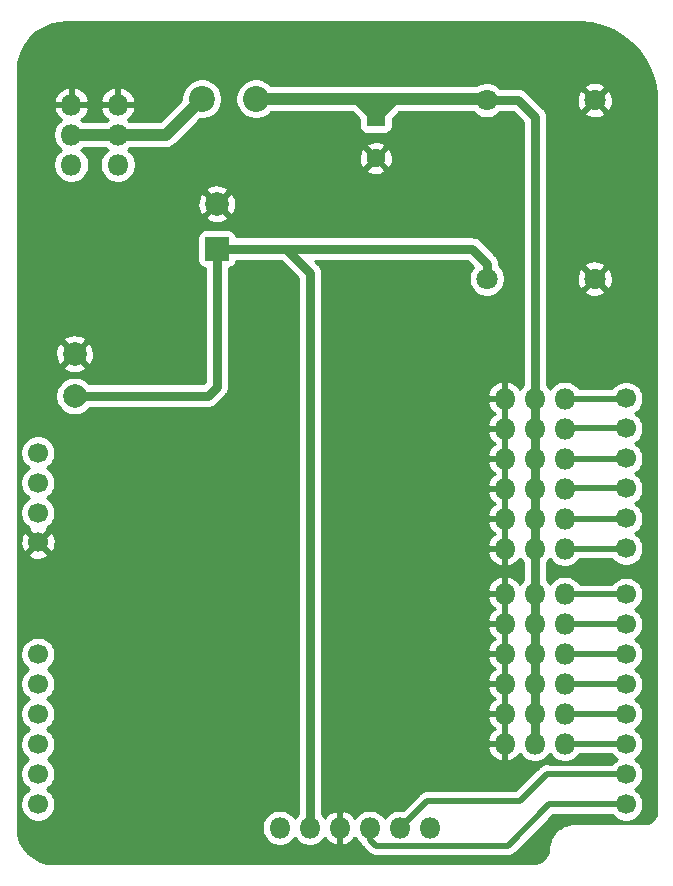
<source format=gbr>
G04 #@! TF.GenerationSoftware,KiCad,Pcbnew,(5.1.5)-3*
G04 #@! TF.CreationDate,2020-03-10T10:04:20+01:00*
G04 #@! TF.ProjectId,FPGA,46504741-2e6b-4696-9361-645f70636258,rev?*
G04 #@! TF.SameCoordinates,Original*
G04 #@! TF.FileFunction,Copper,L2,Bot*
G04 #@! TF.FilePolarity,Positive*
%FSLAX46Y46*%
G04 Gerber Fmt 4.6, Leading zero omitted, Abs format (unit mm)*
G04 Created by KiCad (PCBNEW (5.1.5)-3) date 2020-03-10 10:04:20*
%MOMM*%
%LPD*%
G04 APERTURE LIST*
%ADD10C,1.700000*%
%ADD11O,1.800000X1.800000*%
%ADD12C,2.000000*%
%ADD13R,2.000000X2.000000*%
%ADD14C,2.200000*%
%ADD15C,1.600000*%
%ADD16R,1.600000X1.600000*%
%ADD17C,1.800000*%
%ADD18C,1.000000*%
%ADD19C,0.800000*%
%ADD20C,0.500000*%
%ADD21C,0.254000*%
G04 APERTURE END LIST*
D10*
X147421600Y-64235800D03*
X147421600Y-66775800D03*
X147421600Y-69316600D03*
X147421600Y-71856600D03*
X147421600Y-74396600D03*
X147421600Y-76935800D03*
X147421600Y-80822800D03*
X147421600Y-83362800D03*
X147421600Y-85902800D03*
X147421600Y-88442800D03*
X147421600Y-90982800D03*
X147421600Y-93522800D03*
X147421600Y-96062800D03*
X147421600Y-98602800D03*
X97637600Y-68834000D03*
X97637600Y-71374000D03*
X97637600Y-73914000D03*
X97637600Y-76403200D03*
X97637600Y-85902800D03*
X97637600Y-88392000D03*
X97637600Y-90932000D03*
X97637600Y-93522800D03*
X97637600Y-96012000D03*
X97637600Y-98602800D03*
D11*
X142240000Y-64262000D03*
X142240000Y-66802000D03*
X142240000Y-69342000D03*
X142240000Y-71882000D03*
X142240000Y-74422000D03*
X142240000Y-76962000D03*
D12*
X112776000Y-47762000D03*
D13*
X112776000Y-51562000D03*
D14*
X116078000Y-38862000D03*
X111506000Y-38862000D03*
D12*
X100736400Y-64033400D03*
X100736400Y-60452000D03*
D15*
X126238000Y-43886000D03*
D16*
X126238000Y-40386000D03*
D11*
X100457000Y-39370000D03*
X100457000Y-41910000D03*
X100457000Y-44450000D03*
X104394000Y-44450000D03*
X104394000Y-41910000D03*
X104394000Y-39370000D03*
D17*
X144780000Y-54102000D03*
X135636000Y-54102000D03*
X135636000Y-38989000D03*
X144780000Y-38989000D03*
D11*
X142240000Y-93472000D03*
X142240000Y-90932000D03*
X142240000Y-88392000D03*
X142240000Y-85852000D03*
X142240000Y-83312000D03*
X142240000Y-80772000D03*
X139700000Y-76962000D03*
X139700000Y-74422000D03*
X139700000Y-71882000D03*
X139700000Y-69342000D03*
X139700000Y-66802000D03*
X139700000Y-64262000D03*
X139700000Y-80772000D03*
X139700000Y-83312000D03*
X139700000Y-85852000D03*
X139700000Y-88392000D03*
X139700000Y-90932000D03*
X139700000Y-93472000D03*
X137160000Y-76962000D03*
X137160000Y-74422000D03*
X137160000Y-71882000D03*
X137160000Y-69342000D03*
X137160000Y-66802000D03*
X137160000Y-64262000D03*
X137160000Y-80772000D03*
X137160000Y-83312000D03*
X137160000Y-85852000D03*
X137160000Y-88392000D03*
X137160000Y-90932000D03*
X137160000Y-93472000D03*
X130810000Y-100584000D03*
X128270000Y-100584000D03*
X125730000Y-100584000D03*
X123190000Y-100584000D03*
X120650000Y-100584000D03*
X118110000Y-100584000D03*
D18*
X126238000Y-40386000D02*
X126238000Y-40132000D01*
X135509000Y-38862000D02*
X135636000Y-38989000D01*
X126238000Y-40386000D02*
X127762000Y-38862000D01*
X127762000Y-38862000D02*
X135509000Y-38862000D01*
X126238000Y-40386000D02*
X126238000Y-39116000D01*
X126238000Y-39116000D02*
X125984000Y-38862000D01*
X125984000Y-38862000D02*
X127762000Y-38862000D01*
X126238000Y-40386000D02*
X124714000Y-38862000D01*
X116078000Y-38862000D02*
X124714000Y-38862000D01*
X124714000Y-38862000D02*
X125984000Y-38862000D01*
D19*
X135636000Y-38989000D02*
X138303000Y-38989000D01*
X138303000Y-38989000D02*
X139700000Y-40386000D01*
X139700000Y-40386000D02*
X139700000Y-93472000D01*
X135636000Y-52832000D02*
X135636000Y-54102000D01*
X134366000Y-51562000D02*
X135636000Y-52832000D01*
X120650000Y-53594000D02*
X118618000Y-51562000D01*
X120650000Y-100584000D02*
X120650000Y-53594000D01*
X112776000Y-51562000D02*
X118618000Y-51562000D01*
X118618000Y-51562000D02*
X134366000Y-51562000D01*
X112776000Y-61976000D02*
X112776000Y-51562000D01*
X112776000Y-63246000D02*
X112776000Y-61976000D01*
X101736399Y-64008000D02*
X112014000Y-64008000D01*
X112014000Y-64008000D02*
X112776000Y-63246000D01*
X101710999Y-64033400D02*
X101736399Y-64008000D01*
X100736400Y-64033400D02*
X101710999Y-64033400D01*
D20*
X147395400Y-64262000D02*
X147421600Y-64235800D01*
X142240000Y-64262000D02*
X147395400Y-64262000D01*
X142266200Y-66775800D02*
X142240000Y-66802000D01*
X147421600Y-66775800D02*
X142266200Y-66775800D01*
X147396200Y-69342000D02*
X147421600Y-69316600D01*
X142240000Y-69342000D02*
X147396200Y-69342000D01*
X142265400Y-71856600D02*
X142240000Y-71882000D01*
X147421600Y-71856600D02*
X142265400Y-71856600D01*
X147396200Y-74422000D02*
X147421600Y-74396600D01*
X142240000Y-74422000D02*
X147396200Y-74422000D01*
X147395400Y-76962000D02*
X147421600Y-76935800D01*
X142240000Y-76962000D02*
X147395400Y-76962000D01*
X142290800Y-80822800D02*
X142240000Y-80772000D01*
X147421600Y-80822800D02*
X142290800Y-80822800D01*
X147370800Y-83312000D02*
X147421600Y-83362800D01*
X142240000Y-83312000D02*
X147370800Y-83312000D01*
X142290800Y-85902800D02*
X142240000Y-85852000D01*
X147421600Y-85902800D02*
X142290800Y-85902800D01*
X147370800Y-88392000D02*
X147421600Y-88442800D01*
X142240000Y-88392000D02*
X147370800Y-88392000D01*
X142290800Y-90982800D02*
X142240000Y-90932000D01*
X147421600Y-90982800D02*
X142290800Y-90982800D01*
X147370800Y-93472000D02*
X147421600Y-93522800D01*
X142240000Y-93472000D02*
X147370800Y-93472000D01*
X128270000Y-100584000D02*
X130556000Y-98298000D01*
X130556000Y-98298000D02*
X138430000Y-98298000D01*
X138430000Y-98298000D02*
X140716000Y-96012000D01*
X140766800Y-96062800D02*
X147421600Y-96062800D01*
X140716000Y-96012000D02*
X140766800Y-96062800D01*
X125730000Y-100584000D02*
X125730000Y-101600000D01*
X125730000Y-101600000D02*
X126238000Y-102108000D01*
X126238000Y-102108000D02*
X137414000Y-102108000D01*
X140919200Y-98602800D02*
X147421600Y-98602800D01*
X137414000Y-102108000D02*
X140919200Y-98602800D01*
D18*
X104394000Y-41910000D02*
X108458000Y-41910000D01*
X100584000Y-41910000D02*
X104394000Y-41910000D01*
X108458000Y-41910000D02*
X111506000Y-38862000D01*
D21*
G36*
X144463395Y-32482669D02*
G01*
X145395853Y-32693663D01*
X146286877Y-33040163D01*
X147116898Y-33514560D01*
X147867677Y-34106427D01*
X148522732Y-34802771D01*
X149067665Y-35588288D01*
X149490504Y-36445720D01*
X149781960Y-37356231D01*
X149937263Y-38309824D01*
X149962000Y-38876405D01*
X149962001Y-99281713D01*
X149942441Y-99481204D01*
X149893881Y-99642040D01*
X149815008Y-99790378D01*
X149708822Y-99920575D01*
X149579372Y-100027665D01*
X149431586Y-100107572D01*
X149271094Y-100157253D01*
X149073695Y-100178000D01*
X143096581Y-100178000D01*
X143067874Y-100180827D01*
X143057656Y-100180756D01*
X143048485Y-100181656D01*
X142728031Y-100215337D01*
X142669458Y-100227360D01*
X142610673Y-100238574D01*
X142601851Y-100241238D01*
X142294044Y-100336521D01*
X142238937Y-100359686D01*
X142183437Y-100382109D01*
X142175300Y-100386436D01*
X141891861Y-100539691D01*
X141842277Y-100573136D01*
X141792214Y-100605896D01*
X141785073Y-100611720D01*
X141536799Y-100817110D01*
X141494659Y-100859546D01*
X141451909Y-100901409D01*
X141446036Y-100908510D01*
X141242384Y-101158212D01*
X141209304Y-101208002D01*
X141175485Y-101257392D01*
X141171102Y-101265499D01*
X141019829Y-101550001D01*
X140997029Y-101605319D01*
X140973468Y-101660290D01*
X140970743Y-101669093D01*
X140877612Y-101977559D01*
X140865992Y-102036246D01*
X140853556Y-102094749D01*
X140852593Y-102103914D01*
X140845109Y-102180246D01*
X140822113Y-102288432D01*
X140821150Y-102297596D01*
X140791185Y-102603205D01*
X140721133Y-102835226D01*
X140607350Y-103049222D01*
X140454169Y-103237039D01*
X140267424Y-103391529D01*
X140054231Y-103506802D01*
X139822701Y-103578472D01*
X139551276Y-103607000D01*
X98965279Y-103607000D01*
X98346447Y-103546323D01*
X97782228Y-103375975D01*
X97261848Y-103099285D01*
X96805121Y-102726788D01*
X96429446Y-102272673D01*
X96149126Y-101754234D01*
X95974845Y-101191222D01*
X95910000Y-100574262D01*
X95910000Y-85756540D01*
X96152600Y-85756540D01*
X96152600Y-86049060D01*
X96209668Y-86335958D01*
X96321610Y-86606211D01*
X96484125Y-86849432D01*
X96690968Y-87056275D01*
X96827346Y-87147400D01*
X96690968Y-87238525D01*
X96484125Y-87445368D01*
X96321610Y-87688589D01*
X96209668Y-87958842D01*
X96152600Y-88245740D01*
X96152600Y-88538260D01*
X96209668Y-88825158D01*
X96321610Y-89095411D01*
X96484125Y-89338632D01*
X96690968Y-89545475D01*
X96865360Y-89662000D01*
X96690968Y-89778525D01*
X96484125Y-89985368D01*
X96321610Y-90228589D01*
X96209668Y-90498842D01*
X96152600Y-90785740D01*
X96152600Y-91078260D01*
X96209668Y-91365158D01*
X96321610Y-91635411D01*
X96484125Y-91878632D01*
X96690968Y-92085475D01*
X96903374Y-92227400D01*
X96690968Y-92369325D01*
X96484125Y-92576168D01*
X96321610Y-92819389D01*
X96209668Y-93089642D01*
X96152600Y-93376540D01*
X96152600Y-93669060D01*
X96209668Y-93955958D01*
X96321610Y-94226211D01*
X96484125Y-94469432D01*
X96690968Y-94676275D01*
X96827346Y-94767400D01*
X96690968Y-94858525D01*
X96484125Y-95065368D01*
X96321610Y-95308589D01*
X96209668Y-95578842D01*
X96152600Y-95865740D01*
X96152600Y-96158260D01*
X96209668Y-96445158D01*
X96321610Y-96715411D01*
X96484125Y-96958632D01*
X96690968Y-97165475D01*
X96903374Y-97307400D01*
X96690968Y-97449325D01*
X96484125Y-97656168D01*
X96321610Y-97899389D01*
X96209668Y-98169642D01*
X96152600Y-98456540D01*
X96152600Y-98749060D01*
X96209668Y-99035958D01*
X96321610Y-99306211D01*
X96484125Y-99549432D01*
X96690968Y-99756275D01*
X96934189Y-99918790D01*
X97204442Y-100030732D01*
X97491340Y-100087800D01*
X97783860Y-100087800D01*
X98070758Y-100030732D01*
X98341011Y-99918790D01*
X98584232Y-99756275D01*
X98791075Y-99549432D01*
X98953590Y-99306211D01*
X99065532Y-99035958D01*
X99122600Y-98749060D01*
X99122600Y-98456540D01*
X99065532Y-98169642D01*
X98953590Y-97899389D01*
X98791075Y-97656168D01*
X98584232Y-97449325D01*
X98371826Y-97307400D01*
X98584232Y-97165475D01*
X98791075Y-96958632D01*
X98953590Y-96715411D01*
X99065532Y-96445158D01*
X99122600Y-96158260D01*
X99122600Y-95865740D01*
X99065532Y-95578842D01*
X98953590Y-95308589D01*
X98791075Y-95065368D01*
X98584232Y-94858525D01*
X98447854Y-94767400D01*
X98584232Y-94676275D01*
X98791075Y-94469432D01*
X98953590Y-94226211D01*
X99065532Y-93955958D01*
X99122600Y-93669060D01*
X99122600Y-93376540D01*
X99065532Y-93089642D01*
X98953590Y-92819389D01*
X98791075Y-92576168D01*
X98584232Y-92369325D01*
X98371826Y-92227400D01*
X98584232Y-92085475D01*
X98791075Y-91878632D01*
X98953590Y-91635411D01*
X99065532Y-91365158D01*
X99122600Y-91078260D01*
X99122600Y-90785740D01*
X99065532Y-90498842D01*
X98953590Y-90228589D01*
X98791075Y-89985368D01*
X98584232Y-89778525D01*
X98409840Y-89662000D01*
X98584232Y-89545475D01*
X98791075Y-89338632D01*
X98953590Y-89095411D01*
X99065532Y-88825158D01*
X99122600Y-88538260D01*
X99122600Y-88245740D01*
X99065532Y-87958842D01*
X98953590Y-87688589D01*
X98791075Y-87445368D01*
X98584232Y-87238525D01*
X98447854Y-87147400D01*
X98584232Y-87056275D01*
X98791075Y-86849432D01*
X98953590Y-86606211D01*
X99065532Y-86335958D01*
X99122600Y-86049060D01*
X99122600Y-85756540D01*
X99065532Y-85469642D01*
X98953590Y-85199389D01*
X98791075Y-84956168D01*
X98584232Y-84749325D01*
X98341011Y-84586810D01*
X98070758Y-84474868D01*
X97783860Y-84417800D01*
X97491340Y-84417800D01*
X97204442Y-84474868D01*
X96934189Y-84586810D01*
X96690968Y-84749325D01*
X96484125Y-84956168D01*
X96321610Y-85199389D01*
X96209668Y-85469642D01*
X96152600Y-85756540D01*
X95910000Y-85756540D01*
X95910000Y-77431597D01*
X96788808Y-77431597D01*
X96866443Y-77680672D01*
X97130483Y-77806571D01*
X97414011Y-77878539D01*
X97706131Y-77893811D01*
X97995619Y-77851799D01*
X98271347Y-77754119D01*
X98408757Y-77680672D01*
X98486392Y-77431597D01*
X97637600Y-76582805D01*
X96788808Y-77431597D01*
X95910000Y-77431597D01*
X95910000Y-76471731D01*
X96146989Y-76471731D01*
X96189001Y-76761219D01*
X96286681Y-77036947D01*
X96360128Y-77174357D01*
X96609203Y-77251992D01*
X97457995Y-76403200D01*
X97817205Y-76403200D01*
X98665997Y-77251992D01*
X98915072Y-77174357D01*
X99040971Y-76910317D01*
X99112939Y-76626789D01*
X99128211Y-76334669D01*
X99086199Y-76045181D01*
X98988519Y-75769453D01*
X98915072Y-75632043D01*
X98665997Y-75554408D01*
X97817205Y-76403200D01*
X97457995Y-76403200D01*
X96609203Y-75554408D01*
X96360128Y-75632043D01*
X96234229Y-75896083D01*
X96162261Y-76179611D01*
X96146989Y-76471731D01*
X95910000Y-76471731D01*
X95910000Y-68687740D01*
X96152600Y-68687740D01*
X96152600Y-68980260D01*
X96209668Y-69267158D01*
X96321610Y-69537411D01*
X96484125Y-69780632D01*
X96690968Y-69987475D01*
X96865360Y-70104000D01*
X96690968Y-70220525D01*
X96484125Y-70427368D01*
X96321610Y-70670589D01*
X96209668Y-70940842D01*
X96152600Y-71227740D01*
X96152600Y-71520260D01*
X96209668Y-71807158D01*
X96321610Y-72077411D01*
X96484125Y-72320632D01*
X96690968Y-72527475D01*
X96865360Y-72644000D01*
X96690968Y-72760525D01*
X96484125Y-72967368D01*
X96321610Y-73210589D01*
X96209668Y-73480842D01*
X96152600Y-73767740D01*
X96152600Y-74060260D01*
X96209668Y-74347158D01*
X96321610Y-74617411D01*
X96484125Y-74860632D01*
X96690968Y-75067475D01*
X96851224Y-75174555D01*
X96788808Y-75374803D01*
X97637600Y-76223595D01*
X98486392Y-75374803D01*
X98423976Y-75174555D01*
X98584232Y-75067475D01*
X98791075Y-74860632D01*
X98953590Y-74617411D01*
X99065532Y-74347158D01*
X99122600Y-74060260D01*
X99122600Y-73767740D01*
X99065532Y-73480842D01*
X98953590Y-73210589D01*
X98791075Y-72967368D01*
X98584232Y-72760525D01*
X98409840Y-72644000D01*
X98584232Y-72527475D01*
X98791075Y-72320632D01*
X98953590Y-72077411D01*
X99065532Y-71807158D01*
X99122600Y-71520260D01*
X99122600Y-71227740D01*
X99065532Y-70940842D01*
X98953590Y-70670589D01*
X98791075Y-70427368D01*
X98584232Y-70220525D01*
X98409840Y-70104000D01*
X98584232Y-69987475D01*
X98791075Y-69780632D01*
X98953590Y-69537411D01*
X99065532Y-69267158D01*
X99122600Y-68980260D01*
X99122600Y-68687740D01*
X99065532Y-68400842D01*
X98953590Y-68130589D01*
X98791075Y-67887368D01*
X98584232Y-67680525D01*
X98341011Y-67518010D01*
X98070758Y-67406068D01*
X97783860Y-67349000D01*
X97491340Y-67349000D01*
X97204442Y-67406068D01*
X96934189Y-67518010D01*
X96690968Y-67680525D01*
X96484125Y-67887368D01*
X96321610Y-68130589D01*
X96209668Y-68400842D01*
X96152600Y-68687740D01*
X95910000Y-68687740D01*
X95910000Y-63872367D01*
X99101400Y-63872367D01*
X99101400Y-64194433D01*
X99164232Y-64510312D01*
X99287482Y-64807863D01*
X99466413Y-65075652D01*
X99694148Y-65303387D01*
X99961937Y-65482318D01*
X100259488Y-65605568D01*
X100575367Y-65668400D01*
X100897433Y-65668400D01*
X101213312Y-65605568D01*
X101510863Y-65482318D01*
X101778652Y-65303387D01*
X102006387Y-65075652D01*
X102028204Y-65043000D01*
X111963172Y-65043000D01*
X112014000Y-65048006D01*
X112064828Y-65043000D01*
X112064838Y-65043000D01*
X112216895Y-65028024D01*
X112411993Y-64968841D01*
X112591797Y-64872734D01*
X112749396Y-64743396D01*
X112781807Y-64703903D01*
X113471908Y-64013803D01*
X113511396Y-63981396D01*
X113600874Y-63872367D01*
X113640734Y-63823798D01*
X113736840Y-63643994D01*
X113736841Y-63643993D01*
X113796024Y-63448895D01*
X113811000Y-63296838D01*
X113811000Y-63296835D01*
X113816007Y-63246000D01*
X113811000Y-63195165D01*
X113811000Y-53196625D01*
X113900482Y-53187812D01*
X114020180Y-53151502D01*
X114130494Y-53092537D01*
X114227185Y-53013185D01*
X114306537Y-52916494D01*
X114365502Y-52806180D01*
X114401812Y-52686482D01*
X114410625Y-52597000D01*
X118189290Y-52597000D01*
X119615001Y-54022712D01*
X119615000Y-99448183D01*
X119457688Y-99605495D01*
X119380000Y-99721763D01*
X119302312Y-99605495D01*
X119088505Y-99391688D01*
X118837095Y-99223701D01*
X118557743Y-99107989D01*
X118261184Y-99049000D01*
X117958816Y-99049000D01*
X117662257Y-99107989D01*
X117382905Y-99223701D01*
X117131495Y-99391688D01*
X116917688Y-99605495D01*
X116749701Y-99856905D01*
X116633989Y-100136257D01*
X116575000Y-100432816D01*
X116575000Y-100735184D01*
X116633989Y-101031743D01*
X116749701Y-101311095D01*
X116917688Y-101562505D01*
X117131495Y-101776312D01*
X117382905Y-101944299D01*
X117662257Y-102060011D01*
X117958816Y-102119000D01*
X118261184Y-102119000D01*
X118557743Y-102060011D01*
X118837095Y-101944299D01*
X119088505Y-101776312D01*
X119302312Y-101562505D01*
X119380000Y-101446237D01*
X119457688Y-101562505D01*
X119671495Y-101776312D01*
X119922905Y-101944299D01*
X120202257Y-102060011D01*
X120498816Y-102119000D01*
X120801184Y-102119000D01*
X121097743Y-102060011D01*
X121377095Y-101944299D01*
X121628505Y-101776312D01*
X121842312Y-101562505D01*
X121922759Y-101442107D01*
X121952038Y-101491573D01*
X122152884Y-101715649D01*
X122393586Y-101896236D01*
X122664893Y-102026394D01*
X122825260Y-102075036D01*
X123063000Y-101954378D01*
X123063000Y-100711000D01*
X123043000Y-100711000D01*
X123043000Y-100457000D01*
X123063000Y-100457000D01*
X123063000Y-99213622D01*
X122825260Y-99092964D01*
X122664893Y-99141606D01*
X122393586Y-99271764D01*
X122152884Y-99452351D01*
X121952038Y-99676427D01*
X121922759Y-99725893D01*
X121842312Y-99605495D01*
X121685000Y-99448183D01*
X121685000Y-93836740D01*
X135668964Y-93836740D01*
X135717606Y-93997107D01*
X135847764Y-94268414D01*
X136028351Y-94509116D01*
X136252427Y-94709962D01*
X136511380Y-94863234D01*
X136795259Y-94963041D01*
X137033000Y-94842992D01*
X137033000Y-93599000D01*
X135789622Y-93599000D01*
X135668964Y-93836740D01*
X121685000Y-93836740D01*
X121685000Y-91296740D01*
X135668964Y-91296740D01*
X135717606Y-91457107D01*
X135847764Y-91728414D01*
X136028351Y-91969116D01*
X136252427Y-92169962D01*
X136306555Y-92202000D01*
X136252427Y-92234038D01*
X136028351Y-92434884D01*
X135847764Y-92675586D01*
X135717606Y-92946893D01*
X135668964Y-93107260D01*
X135789622Y-93345000D01*
X137033000Y-93345000D01*
X137033000Y-91059000D01*
X135789622Y-91059000D01*
X135668964Y-91296740D01*
X121685000Y-91296740D01*
X121685000Y-88756740D01*
X135668964Y-88756740D01*
X135717606Y-88917107D01*
X135847764Y-89188414D01*
X136028351Y-89429116D01*
X136252427Y-89629962D01*
X136306555Y-89662000D01*
X136252427Y-89694038D01*
X136028351Y-89894884D01*
X135847764Y-90135586D01*
X135717606Y-90406893D01*
X135668964Y-90567260D01*
X135789622Y-90805000D01*
X137033000Y-90805000D01*
X137033000Y-88519000D01*
X135789622Y-88519000D01*
X135668964Y-88756740D01*
X121685000Y-88756740D01*
X121685000Y-86216740D01*
X135668964Y-86216740D01*
X135717606Y-86377107D01*
X135847764Y-86648414D01*
X136028351Y-86889116D01*
X136252427Y-87089962D01*
X136306555Y-87122000D01*
X136252427Y-87154038D01*
X136028351Y-87354884D01*
X135847764Y-87595586D01*
X135717606Y-87866893D01*
X135668964Y-88027260D01*
X135789622Y-88265000D01*
X137033000Y-88265000D01*
X137033000Y-85979000D01*
X135789622Y-85979000D01*
X135668964Y-86216740D01*
X121685000Y-86216740D01*
X121685000Y-83676740D01*
X135668964Y-83676740D01*
X135717606Y-83837107D01*
X135847764Y-84108414D01*
X136028351Y-84349116D01*
X136252427Y-84549962D01*
X136306555Y-84582000D01*
X136252427Y-84614038D01*
X136028351Y-84814884D01*
X135847764Y-85055586D01*
X135717606Y-85326893D01*
X135668964Y-85487260D01*
X135789622Y-85725000D01*
X137033000Y-85725000D01*
X137033000Y-83439000D01*
X135789622Y-83439000D01*
X135668964Y-83676740D01*
X121685000Y-83676740D01*
X121685000Y-81136740D01*
X135668964Y-81136740D01*
X135717606Y-81297107D01*
X135847764Y-81568414D01*
X136028351Y-81809116D01*
X136252427Y-82009962D01*
X136306555Y-82042000D01*
X136252427Y-82074038D01*
X136028351Y-82274884D01*
X135847764Y-82515586D01*
X135717606Y-82786893D01*
X135668964Y-82947260D01*
X135789622Y-83185000D01*
X137033000Y-83185000D01*
X137033000Y-80899000D01*
X135789622Y-80899000D01*
X135668964Y-81136740D01*
X121685000Y-81136740D01*
X121685000Y-80407260D01*
X135668964Y-80407260D01*
X135789622Y-80645000D01*
X137033000Y-80645000D01*
X137033000Y-79401008D01*
X136795259Y-79280959D01*
X136511380Y-79380766D01*
X136252427Y-79534038D01*
X136028351Y-79734884D01*
X135847764Y-79975586D01*
X135717606Y-80246893D01*
X135668964Y-80407260D01*
X121685000Y-80407260D01*
X121685000Y-77326740D01*
X135668964Y-77326740D01*
X135717606Y-77487107D01*
X135847764Y-77758414D01*
X136028351Y-77999116D01*
X136252427Y-78199962D01*
X136511380Y-78353234D01*
X136795259Y-78453041D01*
X137033000Y-78332992D01*
X137033000Y-77089000D01*
X135789622Y-77089000D01*
X135668964Y-77326740D01*
X121685000Y-77326740D01*
X121685000Y-74786740D01*
X135668964Y-74786740D01*
X135717606Y-74947107D01*
X135847764Y-75218414D01*
X136028351Y-75459116D01*
X136252427Y-75659962D01*
X136306555Y-75692000D01*
X136252427Y-75724038D01*
X136028351Y-75924884D01*
X135847764Y-76165586D01*
X135717606Y-76436893D01*
X135668964Y-76597260D01*
X135789622Y-76835000D01*
X137033000Y-76835000D01*
X137033000Y-74549000D01*
X135789622Y-74549000D01*
X135668964Y-74786740D01*
X121685000Y-74786740D01*
X121685000Y-72246740D01*
X135668964Y-72246740D01*
X135717606Y-72407107D01*
X135847764Y-72678414D01*
X136028351Y-72919116D01*
X136252427Y-73119962D01*
X136306555Y-73152000D01*
X136252427Y-73184038D01*
X136028351Y-73384884D01*
X135847764Y-73625586D01*
X135717606Y-73896893D01*
X135668964Y-74057260D01*
X135789622Y-74295000D01*
X137033000Y-74295000D01*
X137033000Y-72009000D01*
X135789622Y-72009000D01*
X135668964Y-72246740D01*
X121685000Y-72246740D01*
X121685000Y-69706740D01*
X135668964Y-69706740D01*
X135717606Y-69867107D01*
X135847764Y-70138414D01*
X136028351Y-70379116D01*
X136252427Y-70579962D01*
X136306555Y-70612000D01*
X136252427Y-70644038D01*
X136028351Y-70844884D01*
X135847764Y-71085586D01*
X135717606Y-71356893D01*
X135668964Y-71517260D01*
X135789622Y-71755000D01*
X137033000Y-71755000D01*
X137033000Y-69469000D01*
X135789622Y-69469000D01*
X135668964Y-69706740D01*
X121685000Y-69706740D01*
X121685000Y-67166740D01*
X135668964Y-67166740D01*
X135717606Y-67327107D01*
X135847764Y-67598414D01*
X136028351Y-67839116D01*
X136252427Y-68039962D01*
X136306555Y-68072000D01*
X136252427Y-68104038D01*
X136028351Y-68304884D01*
X135847764Y-68545586D01*
X135717606Y-68816893D01*
X135668964Y-68977260D01*
X135789622Y-69215000D01*
X137033000Y-69215000D01*
X137033000Y-66929000D01*
X135789622Y-66929000D01*
X135668964Y-67166740D01*
X121685000Y-67166740D01*
X121685000Y-64626740D01*
X135668964Y-64626740D01*
X135717606Y-64787107D01*
X135847764Y-65058414D01*
X136028351Y-65299116D01*
X136252427Y-65499962D01*
X136306555Y-65532000D01*
X136252427Y-65564038D01*
X136028351Y-65764884D01*
X135847764Y-66005586D01*
X135717606Y-66276893D01*
X135668964Y-66437260D01*
X135789622Y-66675000D01*
X137033000Y-66675000D01*
X137033000Y-64389000D01*
X135789622Y-64389000D01*
X135668964Y-64626740D01*
X121685000Y-64626740D01*
X121685000Y-63897260D01*
X135668964Y-63897260D01*
X135789622Y-64135000D01*
X137033000Y-64135000D01*
X137033000Y-62891008D01*
X136795259Y-62770959D01*
X136511380Y-62870766D01*
X136252427Y-63024038D01*
X136028351Y-63224884D01*
X135847764Y-63465586D01*
X135717606Y-63736893D01*
X135668964Y-63897260D01*
X121685000Y-63897260D01*
X121685000Y-53644835D01*
X121690007Y-53594000D01*
X121675903Y-53450801D01*
X121670024Y-53391105D01*
X121610841Y-53196007D01*
X121524725Y-53034894D01*
X121514734Y-53016202D01*
X121417803Y-52898092D01*
X121385396Y-52858604D01*
X121345908Y-52826197D01*
X121116711Y-52597000D01*
X133937290Y-52597000D01*
X134453736Y-53113447D01*
X134443688Y-53123495D01*
X134275701Y-53374905D01*
X134159989Y-53654257D01*
X134101000Y-53950816D01*
X134101000Y-54253184D01*
X134159989Y-54549743D01*
X134275701Y-54829095D01*
X134443688Y-55080505D01*
X134657495Y-55294312D01*
X134908905Y-55462299D01*
X135188257Y-55578011D01*
X135484816Y-55637000D01*
X135787184Y-55637000D01*
X136083743Y-55578011D01*
X136363095Y-55462299D01*
X136614505Y-55294312D01*
X136828312Y-55080505D01*
X136996299Y-54829095D01*
X137112011Y-54549743D01*
X137171000Y-54253184D01*
X137171000Y-53950816D01*
X137112011Y-53654257D01*
X136996299Y-53374905D01*
X136828312Y-53123495D01*
X136671000Y-52966183D01*
X136671000Y-52882827D01*
X136676006Y-52831999D01*
X136671000Y-52781171D01*
X136671000Y-52781162D01*
X136656024Y-52629105D01*
X136596841Y-52434007D01*
X136502714Y-52257907D01*
X136500734Y-52254202D01*
X136403803Y-52136092D01*
X136371396Y-52096604D01*
X136331908Y-52064197D01*
X135133807Y-50866097D01*
X135101396Y-50826604D01*
X134943797Y-50697266D01*
X134763993Y-50601159D01*
X134568895Y-50541976D01*
X134416838Y-50527000D01*
X134416828Y-50527000D01*
X134366000Y-50521994D01*
X134315172Y-50527000D01*
X118668828Y-50527000D01*
X118618000Y-50521994D01*
X118567172Y-50527000D01*
X114410625Y-50527000D01*
X114401812Y-50437518D01*
X114365502Y-50317820D01*
X114306537Y-50207506D01*
X114227185Y-50110815D01*
X114130494Y-50031463D01*
X114020180Y-49972498D01*
X113900482Y-49936188D01*
X113776000Y-49923928D01*
X111776000Y-49923928D01*
X111651518Y-49936188D01*
X111531820Y-49972498D01*
X111421506Y-50031463D01*
X111324815Y-50110815D01*
X111245463Y-50207506D01*
X111186498Y-50317820D01*
X111150188Y-50437518D01*
X111137928Y-50562000D01*
X111137928Y-52562000D01*
X111150188Y-52686482D01*
X111186498Y-52806180D01*
X111245463Y-52916494D01*
X111324815Y-53013185D01*
X111421506Y-53092537D01*
X111531820Y-53151502D01*
X111651518Y-53187812D01*
X111741001Y-53196625D01*
X111741000Y-62026837D01*
X111741001Y-62026846D01*
X111741000Y-62817289D01*
X111585290Y-62973000D01*
X101988239Y-62973000D01*
X101778652Y-62763413D01*
X101510863Y-62584482D01*
X101213312Y-62461232D01*
X100897433Y-62398400D01*
X100575367Y-62398400D01*
X100259488Y-62461232D01*
X99961937Y-62584482D01*
X99694148Y-62763413D01*
X99466413Y-62991148D01*
X99287482Y-63258937D01*
X99164232Y-63556488D01*
X99101400Y-63872367D01*
X95910000Y-63872367D01*
X95910000Y-61587413D01*
X99780592Y-61587413D01*
X99876356Y-61851814D01*
X100165971Y-61992704D01*
X100477508Y-62074384D01*
X100798995Y-62093718D01*
X101118075Y-62049961D01*
X101422488Y-61944795D01*
X101596444Y-61851814D01*
X101692208Y-61587413D01*
X100736400Y-60631605D01*
X99780592Y-61587413D01*
X95910000Y-61587413D01*
X95910000Y-60514595D01*
X99094682Y-60514595D01*
X99138439Y-60833675D01*
X99243605Y-61138088D01*
X99336586Y-61312044D01*
X99600987Y-61407808D01*
X100556795Y-60452000D01*
X100916005Y-60452000D01*
X101871813Y-61407808D01*
X102136214Y-61312044D01*
X102277104Y-61022429D01*
X102358784Y-60710892D01*
X102378118Y-60389405D01*
X102334361Y-60070325D01*
X102229195Y-59765912D01*
X102136214Y-59591956D01*
X101871813Y-59496192D01*
X100916005Y-60452000D01*
X100556795Y-60452000D01*
X99600987Y-59496192D01*
X99336586Y-59591956D01*
X99195696Y-59881571D01*
X99114016Y-60193108D01*
X99094682Y-60514595D01*
X95910000Y-60514595D01*
X95910000Y-59316587D01*
X99780592Y-59316587D01*
X100736400Y-60272395D01*
X101692208Y-59316587D01*
X101596444Y-59052186D01*
X101306829Y-58911296D01*
X100995292Y-58829616D01*
X100673805Y-58810282D01*
X100354725Y-58854039D01*
X100050312Y-58959205D01*
X99876356Y-59052186D01*
X99780592Y-59316587D01*
X95910000Y-59316587D01*
X95910000Y-48897413D01*
X111820192Y-48897413D01*
X111915956Y-49161814D01*
X112205571Y-49302704D01*
X112517108Y-49384384D01*
X112838595Y-49403718D01*
X113157675Y-49359961D01*
X113462088Y-49254795D01*
X113636044Y-49161814D01*
X113731808Y-48897413D01*
X112776000Y-47941605D01*
X111820192Y-48897413D01*
X95910000Y-48897413D01*
X95910000Y-47824595D01*
X111134282Y-47824595D01*
X111178039Y-48143675D01*
X111283205Y-48448088D01*
X111376186Y-48622044D01*
X111640587Y-48717808D01*
X112596395Y-47762000D01*
X112955605Y-47762000D01*
X113911413Y-48717808D01*
X114175814Y-48622044D01*
X114316704Y-48332429D01*
X114398384Y-48020892D01*
X114417718Y-47699405D01*
X114373961Y-47380325D01*
X114268795Y-47075912D01*
X114175814Y-46901956D01*
X113911413Y-46806192D01*
X112955605Y-47762000D01*
X112596395Y-47762000D01*
X111640587Y-46806192D01*
X111376186Y-46901956D01*
X111235296Y-47191571D01*
X111153616Y-47503108D01*
X111134282Y-47824595D01*
X95910000Y-47824595D01*
X95910000Y-46626587D01*
X111820192Y-46626587D01*
X112776000Y-47582395D01*
X113731808Y-46626587D01*
X113636044Y-46362186D01*
X113346429Y-46221296D01*
X113034892Y-46139616D01*
X112713405Y-46120282D01*
X112394325Y-46164039D01*
X112089912Y-46269205D01*
X111915956Y-46362186D01*
X111820192Y-46626587D01*
X95910000Y-46626587D01*
X95910000Y-41758816D01*
X98922000Y-41758816D01*
X98922000Y-42061184D01*
X98980989Y-42357743D01*
X99096701Y-42637095D01*
X99264688Y-42888505D01*
X99478495Y-43102312D01*
X99594763Y-43180000D01*
X99478495Y-43257688D01*
X99264688Y-43471495D01*
X99096701Y-43722905D01*
X98980989Y-44002257D01*
X98922000Y-44298816D01*
X98922000Y-44601184D01*
X98980989Y-44897743D01*
X99096701Y-45177095D01*
X99264688Y-45428505D01*
X99478495Y-45642312D01*
X99729905Y-45810299D01*
X100009257Y-45926011D01*
X100305816Y-45985000D01*
X100608184Y-45985000D01*
X100904743Y-45926011D01*
X101184095Y-45810299D01*
X101435505Y-45642312D01*
X101649312Y-45428505D01*
X101817299Y-45177095D01*
X101933011Y-44897743D01*
X101992000Y-44601184D01*
X101992000Y-44298816D01*
X101933011Y-44002257D01*
X101817299Y-43722905D01*
X101649312Y-43471495D01*
X101435505Y-43257688D01*
X101319237Y-43180000D01*
X101435505Y-43102312D01*
X101492817Y-43045000D01*
X103358183Y-43045000D01*
X103415495Y-43102312D01*
X103531763Y-43180000D01*
X103415495Y-43257688D01*
X103201688Y-43471495D01*
X103033701Y-43722905D01*
X102917989Y-44002257D01*
X102859000Y-44298816D01*
X102859000Y-44601184D01*
X102917989Y-44897743D01*
X103033701Y-45177095D01*
X103201688Y-45428505D01*
X103415495Y-45642312D01*
X103666905Y-45810299D01*
X103946257Y-45926011D01*
X104242816Y-45985000D01*
X104545184Y-45985000D01*
X104841743Y-45926011D01*
X105121095Y-45810299D01*
X105372505Y-45642312D01*
X105586312Y-45428505D01*
X105754299Y-45177095D01*
X105870011Y-44897743D01*
X105873798Y-44878702D01*
X125424903Y-44878702D01*
X125496486Y-45122671D01*
X125751996Y-45243571D01*
X126026184Y-45312300D01*
X126308512Y-45326217D01*
X126588130Y-45284787D01*
X126854292Y-45189603D01*
X126979514Y-45122671D01*
X127051097Y-44878702D01*
X126238000Y-44065605D01*
X125424903Y-44878702D01*
X105873798Y-44878702D01*
X105929000Y-44601184D01*
X105929000Y-44298816D01*
X105870011Y-44002257D01*
X105851063Y-43956512D01*
X124797783Y-43956512D01*
X124839213Y-44236130D01*
X124934397Y-44502292D01*
X125001329Y-44627514D01*
X125245298Y-44699097D01*
X126058395Y-43886000D01*
X126417605Y-43886000D01*
X127230702Y-44699097D01*
X127474671Y-44627514D01*
X127595571Y-44372004D01*
X127664300Y-44097816D01*
X127678217Y-43815488D01*
X127636787Y-43535870D01*
X127541603Y-43269708D01*
X127474671Y-43144486D01*
X127230702Y-43072903D01*
X126417605Y-43886000D01*
X126058395Y-43886000D01*
X125245298Y-43072903D01*
X125001329Y-43144486D01*
X124880429Y-43399996D01*
X124811700Y-43674184D01*
X124797783Y-43956512D01*
X105851063Y-43956512D01*
X105754299Y-43722905D01*
X105586312Y-43471495D01*
X105372505Y-43257688D01*
X105256237Y-43180000D01*
X105372505Y-43102312D01*
X105429817Y-43045000D01*
X108402249Y-43045000D01*
X108458000Y-43050491D01*
X108513751Y-43045000D01*
X108513752Y-43045000D01*
X108680499Y-43028577D01*
X108894447Y-42963676D01*
X109026115Y-42893298D01*
X125424903Y-42893298D01*
X126238000Y-43706395D01*
X127051097Y-42893298D01*
X126979514Y-42649329D01*
X126724004Y-42528429D01*
X126449816Y-42459700D01*
X126167488Y-42445783D01*
X125887870Y-42487213D01*
X125621708Y-42582397D01*
X125496486Y-42649329D01*
X125424903Y-42893298D01*
X109026115Y-42893298D01*
X109091623Y-42858284D01*
X109264449Y-42716449D01*
X109299996Y-42673135D01*
X111376132Y-40597000D01*
X111676883Y-40597000D01*
X112012081Y-40530325D01*
X112327831Y-40399537D01*
X112611998Y-40209663D01*
X112853663Y-39967998D01*
X113043537Y-39683831D01*
X113174325Y-39368081D01*
X113241000Y-39032883D01*
X113241000Y-38691117D01*
X114343000Y-38691117D01*
X114343000Y-39032883D01*
X114409675Y-39368081D01*
X114540463Y-39683831D01*
X114730337Y-39967998D01*
X114972002Y-40209663D01*
X115256169Y-40399537D01*
X115571919Y-40530325D01*
X115907117Y-40597000D01*
X116248883Y-40597000D01*
X116584081Y-40530325D01*
X116899831Y-40399537D01*
X117183998Y-40209663D01*
X117396661Y-39997000D01*
X124243869Y-39997000D01*
X124799928Y-40553060D01*
X124799928Y-41186000D01*
X124812188Y-41310482D01*
X124848498Y-41430180D01*
X124907463Y-41540494D01*
X124986815Y-41637185D01*
X125083506Y-41716537D01*
X125193820Y-41775502D01*
X125313518Y-41811812D01*
X125438000Y-41824072D01*
X127038000Y-41824072D01*
X127162482Y-41811812D01*
X127282180Y-41775502D01*
X127392494Y-41716537D01*
X127489185Y-41637185D01*
X127568537Y-41540494D01*
X127627502Y-41430180D01*
X127663812Y-41310482D01*
X127676072Y-41186000D01*
X127676072Y-40553059D01*
X128232132Y-39997000D01*
X134473183Y-39997000D01*
X134657495Y-40181312D01*
X134908905Y-40349299D01*
X135188257Y-40465011D01*
X135484816Y-40524000D01*
X135787184Y-40524000D01*
X136083743Y-40465011D01*
X136363095Y-40349299D01*
X136614505Y-40181312D01*
X136771817Y-40024000D01*
X137874290Y-40024000D01*
X138665000Y-40814711D01*
X138665000Y-63126183D01*
X138507688Y-63283495D01*
X138426633Y-63404802D01*
X138291649Y-63224884D01*
X138067573Y-63024038D01*
X137808620Y-62870766D01*
X137524741Y-62770959D01*
X137287000Y-62891008D01*
X137287000Y-64135000D01*
X137307000Y-64135000D01*
X137307000Y-64389000D01*
X137287000Y-64389000D01*
X137287000Y-66675000D01*
X137307000Y-66675000D01*
X137307000Y-66929000D01*
X137287000Y-66929000D01*
X137287000Y-69215000D01*
X137307000Y-69215000D01*
X137307000Y-69469000D01*
X137287000Y-69469000D01*
X137287000Y-71755000D01*
X137307000Y-71755000D01*
X137307000Y-72009000D01*
X137287000Y-72009000D01*
X137287000Y-74295000D01*
X137307000Y-74295000D01*
X137307000Y-74549000D01*
X137287000Y-74549000D01*
X137287000Y-76835000D01*
X137307000Y-76835000D01*
X137307000Y-77089000D01*
X137287000Y-77089000D01*
X137287000Y-78332992D01*
X137524741Y-78453041D01*
X137808620Y-78353234D01*
X138067573Y-78199962D01*
X138291649Y-77999116D01*
X138426633Y-77819198D01*
X138507688Y-77940505D01*
X138665001Y-78097818D01*
X138665001Y-79636182D01*
X138507688Y-79793495D01*
X138426633Y-79914802D01*
X138291649Y-79734884D01*
X138067573Y-79534038D01*
X137808620Y-79380766D01*
X137524741Y-79280959D01*
X137287000Y-79401008D01*
X137287000Y-80645000D01*
X137307000Y-80645000D01*
X137307000Y-80899000D01*
X137287000Y-80899000D01*
X137287000Y-83185000D01*
X137307000Y-83185000D01*
X137307000Y-83439000D01*
X137287000Y-83439000D01*
X137287000Y-85725000D01*
X137307000Y-85725000D01*
X137307000Y-85979000D01*
X137287000Y-85979000D01*
X137287000Y-88265000D01*
X137307000Y-88265000D01*
X137307000Y-88519000D01*
X137287000Y-88519000D01*
X137287000Y-90805000D01*
X137307000Y-90805000D01*
X137307000Y-91059000D01*
X137287000Y-91059000D01*
X137287000Y-93345000D01*
X137307000Y-93345000D01*
X137307000Y-93599000D01*
X137287000Y-93599000D01*
X137287000Y-94842992D01*
X137524741Y-94963041D01*
X137808620Y-94863234D01*
X138067573Y-94709962D01*
X138291649Y-94509116D01*
X138426633Y-94329198D01*
X138507688Y-94450505D01*
X138721495Y-94664312D01*
X138972905Y-94832299D01*
X139252257Y-94948011D01*
X139548816Y-95007000D01*
X139851184Y-95007000D01*
X140147743Y-94948011D01*
X140427095Y-94832299D01*
X140678505Y-94664312D01*
X140892312Y-94450505D01*
X140970000Y-94334237D01*
X141047688Y-94450505D01*
X141261495Y-94664312D01*
X141512905Y-94832299D01*
X141792257Y-94948011D01*
X142088816Y-95007000D01*
X142391184Y-95007000D01*
X142687743Y-94948011D01*
X142967095Y-94832299D01*
X143218505Y-94664312D01*
X143432312Y-94450505D01*
X143494790Y-94357000D01*
X146193000Y-94357000D01*
X146268125Y-94469432D01*
X146474968Y-94676275D01*
X146649360Y-94792800D01*
X146474968Y-94909325D01*
X146268125Y-95116168D01*
X146226944Y-95177800D01*
X141014738Y-95177800D01*
X140889490Y-95139805D01*
X140716000Y-95122719D01*
X140715999Y-95122719D01*
X140698913Y-95124402D01*
X140542510Y-95139805D01*
X140426293Y-95175060D01*
X140375686Y-95190412D01*
X140221940Y-95272590D01*
X140120953Y-95355468D01*
X140120949Y-95355472D01*
X140087183Y-95383183D01*
X140059472Y-95416949D01*
X138063422Y-97413000D01*
X130599465Y-97413000D01*
X130555999Y-97408719D01*
X130512533Y-97413000D01*
X130512523Y-97413000D01*
X130382510Y-97425805D01*
X130215687Y-97476411D01*
X130061941Y-97558589D01*
X130061939Y-97558590D01*
X130061940Y-97558590D01*
X129960953Y-97641468D01*
X129960951Y-97641470D01*
X129927183Y-97669183D01*
X129899470Y-97702951D01*
X128531482Y-99070940D01*
X128421184Y-99049000D01*
X128118816Y-99049000D01*
X127822257Y-99107989D01*
X127542905Y-99223701D01*
X127291495Y-99391688D01*
X127077688Y-99605495D01*
X127000000Y-99721763D01*
X126922312Y-99605495D01*
X126708505Y-99391688D01*
X126457095Y-99223701D01*
X126177743Y-99107989D01*
X125881184Y-99049000D01*
X125578816Y-99049000D01*
X125282257Y-99107989D01*
X125002905Y-99223701D01*
X124751495Y-99391688D01*
X124537688Y-99605495D01*
X124457241Y-99725893D01*
X124427962Y-99676427D01*
X124227116Y-99452351D01*
X123986414Y-99271764D01*
X123715107Y-99141606D01*
X123554740Y-99092964D01*
X123317000Y-99213622D01*
X123317000Y-100457000D01*
X123337000Y-100457000D01*
X123337000Y-100711000D01*
X123317000Y-100711000D01*
X123317000Y-101954378D01*
X123554740Y-102075036D01*
X123715107Y-102026394D01*
X123986414Y-101896236D01*
X124227116Y-101715649D01*
X124427962Y-101491573D01*
X124457241Y-101442107D01*
X124537688Y-101562505D01*
X124751495Y-101776312D01*
X124885906Y-101866123D01*
X124908412Y-101940313D01*
X124990590Y-102094059D01*
X125073468Y-102195046D01*
X125073471Y-102195049D01*
X125101184Y-102228817D01*
X125134952Y-102256530D01*
X125581466Y-102703044D01*
X125609183Y-102736817D01*
X125743941Y-102847411D01*
X125897687Y-102929589D01*
X126064510Y-102980195D01*
X126194523Y-102993000D01*
X126194533Y-102993000D01*
X126237999Y-102997281D01*
X126281465Y-102993000D01*
X137370531Y-102993000D01*
X137414000Y-102997281D01*
X137457469Y-102993000D01*
X137457477Y-102993000D01*
X137587490Y-102980195D01*
X137754313Y-102929589D01*
X137908059Y-102847411D01*
X138042817Y-102736817D01*
X138070534Y-102703044D01*
X141285779Y-99487800D01*
X146226944Y-99487800D01*
X146268125Y-99549432D01*
X146474968Y-99756275D01*
X146718189Y-99918790D01*
X146988442Y-100030732D01*
X147275340Y-100087800D01*
X147567860Y-100087800D01*
X147854758Y-100030732D01*
X148125011Y-99918790D01*
X148368232Y-99756275D01*
X148575075Y-99549432D01*
X148737590Y-99306211D01*
X148849532Y-99035958D01*
X148906600Y-98749060D01*
X148906600Y-98456540D01*
X148849532Y-98169642D01*
X148737590Y-97899389D01*
X148575075Y-97656168D01*
X148368232Y-97449325D01*
X148193840Y-97332800D01*
X148368232Y-97216275D01*
X148575075Y-97009432D01*
X148737590Y-96766211D01*
X148849532Y-96495958D01*
X148906600Y-96209060D01*
X148906600Y-95916540D01*
X148849532Y-95629642D01*
X148737590Y-95359389D01*
X148575075Y-95116168D01*
X148368232Y-94909325D01*
X148193840Y-94792800D01*
X148368232Y-94676275D01*
X148575075Y-94469432D01*
X148737590Y-94226211D01*
X148849532Y-93955958D01*
X148906600Y-93669060D01*
X148906600Y-93376540D01*
X148849532Y-93089642D01*
X148737590Y-92819389D01*
X148575075Y-92576168D01*
X148368232Y-92369325D01*
X148193840Y-92252800D01*
X148368232Y-92136275D01*
X148575075Y-91929432D01*
X148737590Y-91686211D01*
X148849532Y-91415958D01*
X148906600Y-91129060D01*
X148906600Y-90836540D01*
X148849532Y-90549642D01*
X148737590Y-90279389D01*
X148575075Y-90036168D01*
X148368232Y-89829325D01*
X148193840Y-89712800D01*
X148368232Y-89596275D01*
X148575075Y-89389432D01*
X148737590Y-89146211D01*
X148849532Y-88875958D01*
X148906600Y-88589060D01*
X148906600Y-88296540D01*
X148849532Y-88009642D01*
X148737590Y-87739389D01*
X148575075Y-87496168D01*
X148368232Y-87289325D01*
X148193840Y-87172800D01*
X148368232Y-87056275D01*
X148575075Y-86849432D01*
X148737590Y-86606211D01*
X148849532Y-86335958D01*
X148906600Y-86049060D01*
X148906600Y-85756540D01*
X148849532Y-85469642D01*
X148737590Y-85199389D01*
X148575075Y-84956168D01*
X148368232Y-84749325D01*
X148193840Y-84632800D01*
X148368232Y-84516275D01*
X148575075Y-84309432D01*
X148737590Y-84066211D01*
X148849532Y-83795958D01*
X148906600Y-83509060D01*
X148906600Y-83216540D01*
X148849532Y-82929642D01*
X148737590Y-82659389D01*
X148575075Y-82416168D01*
X148368232Y-82209325D01*
X148193840Y-82092800D01*
X148368232Y-81976275D01*
X148575075Y-81769432D01*
X148737590Y-81526211D01*
X148849532Y-81255958D01*
X148906600Y-80969060D01*
X148906600Y-80676540D01*
X148849532Y-80389642D01*
X148737590Y-80119389D01*
X148575075Y-79876168D01*
X148368232Y-79669325D01*
X148125011Y-79506810D01*
X147854758Y-79394868D01*
X147567860Y-79337800D01*
X147275340Y-79337800D01*
X146988442Y-79394868D01*
X146718189Y-79506810D01*
X146474968Y-79669325D01*
X146268125Y-79876168D01*
X146226944Y-79937800D01*
X143528734Y-79937800D01*
X143432312Y-79793495D01*
X143218505Y-79579688D01*
X142967095Y-79411701D01*
X142687743Y-79295989D01*
X142391184Y-79237000D01*
X142088816Y-79237000D01*
X141792257Y-79295989D01*
X141512905Y-79411701D01*
X141261495Y-79579688D01*
X141047688Y-79793495D01*
X140970000Y-79909763D01*
X140892312Y-79793495D01*
X140735000Y-79636183D01*
X140735000Y-78097817D01*
X140892312Y-77940505D01*
X140970000Y-77824237D01*
X141047688Y-77940505D01*
X141261495Y-78154312D01*
X141512905Y-78322299D01*
X141792257Y-78438011D01*
X142088816Y-78497000D01*
X142391184Y-78497000D01*
X142687743Y-78438011D01*
X142967095Y-78322299D01*
X143218505Y-78154312D01*
X143432312Y-77940505D01*
X143494790Y-77847000D01*
X146244450Y-77847000D01*
X146268125Y-77882432D01*
X146474968Y-78089275D01*
X146718189Y-78251790D01*
X146988442Y-78363732D01*
X147275340Y-78420800D01*
X147567860Y-78420800D01*
X147854758Y-78363732D01*
X148125011Y-78251790D01*
X148368232Y-78089275D01*
X148575075Y-77882432D01*
X148737590Y-77639211D01*
X148849532Y-77368958D01*
X148906600Y-77082060D01*
X148906600Y-76789540D01*
X148849532Y-76502642D01*
X148737590Y-76232389D01*
X148575075Y-75989168D01*
X148368232Y-75782325D01*
X148194439Y-75666200D01*
X148368232Y-75550075D01*
X148575075Y-75343232D01*
X148737590Y-75100011D01*
X148849532Y-74829758D01*
X148906600Y-74542860D01*
X148906600Y-74250340D01*
X148849532Y-73963442D01*
X148737590Y-73693189D01*
X148575075Y-73449968D01*
X148368232Y-73243125D01*
X148193840Y-73126600D01*
X148368232Y-73010075D01*
X148575075Y-72803232D01*
X148737590Y-72560011D01*
X148849532Y-72289758D01*
X148906600Y-72002860D01*
X148906600Y-71710340D01*
X148849532Y-71423442D01*
X148737590Y-71153189D01*
X148575075Y-70909968D01*
X148368232Y-70703125D01*
X148193840Y-70586600D01*
X148368232Y-70470075D01*
X148575075Y-70263232D01*
X148737590Y-70020011D01*
X148849532Y-69749758D01*
X148906600Y-69462860D01*
X148906600Y-69170340D01*
X148849532Y-68883442D01*
X148737590Y-68613189D01*
X148575075Y-68369968D01*
X148368232Y-68163125D01*
X148193241Y-68046200D01*
X148368232Y-67929275D01*
X148575075Y-67722432D01*
X148737590Y-67479211D01*
X148849532Y-67208958D01*
X148906600Y-66922060D01*
X148906600Y-66629540D01*
X148849532Y-66342642D01*
X148737590Y-66072389D01*
X148575075Y-65829168D01*
X148368232Y-65622325D01*
X148193840Y-65505800D01*
X148368232Y-65389275D01*
X148575075Y-65182432D01*
X148737590Y-64939211D01*
X148849532Y-64668958D01*
X148906600Y-64382060D01*
X148906600Y-64089540D01*
X148849532Y-63802642D01*
X148737590Y-63532389D01*
X148575075Y-63289168D01*
X148368232Y-63082325D01*
X148125011Y-62919810D01*
X147854758Y-62807868D01*
X147567860Y-62750800D01*
X147275340Y-62750800D01*
X146988442Y-62807868D01*
X146718189Y-62919810D01*
X146474968Y-63082325D01*
X146268125Y-63289168D01*
X146209438Y-63377000D01*
X143494790Y-63377000D01*
X143432312Y-63283495D01*
X143218505Y-63069688D01*
X142967095Y-62901701D01*
X142687743Y-62785989D01*
X142391184Y-62727000D01*
X142088816Y-62727000D01*
X141792257Y-62785989D01*
X141512905Y-62901701D01*
X141261495Y-63069688D01*
X141047688Y-63283495D01*
X140970000Y-63399763D01*
X140892312Y-63283495D01*
X140735000Y-63126183D01*
X140735000Y-55166080D01*
X143895525Y-55166080D01*
X143979208Y-55420261D01*
X144251775Y-55551158D01*
X144544642Y-55626365D01*
X144846553Y-55642991D01*
X145145907Y-55600397D01*
X145431199Y-55500222D01*
X145580792Y-55420261D01*
X145664475Y-55166080D01*
X144780000Y-54281605D01*
X143895525Y-55166080D01*
X140735000Y-55166080D01*
X140735000Y-54168553D01*
X143239009Y-54168553D01*
X143281603Y-54467907D01*
X143381778Y-54753199D01*
X143461739Y-54902792D01*
X143715920Y-54986475D01*
X144600395Y-54102000D01*
X144959605Y-54102000D01*
X145844080Y-54986475D01*
X146098261Y-54902792D01*
X146229158Y-54630225D01*
X146304365Y-54337358D01*
X146320991Y-54035447D01*
X146278397Y-53736093D01*
X146178222Y-53450801D01*
X146098261Y-53301208D01*
X145844080Y-53217525D01*
X144959605Y-54102000D01*
X144600395Y-54102000D01*
X143715920Y-53217525D01*
X143461739Y-53301208D01*
X143330842Y-53573775D01*
X143255635Y-53866642D01*
X143239009Y-54168553D01*
X140735000Y-54168553D01*
X140735000Y-53037920D01*
X143895525Y-53037920D01*
X144780000Y-53922395D01*
X145664475Y-53037920D01*
X145580792Y-52783739D01*
X145308225Y-52652842D01*
X145015358Y-52577635D01*
X144713447Y-52561009D01*
X144414093Y-52603603D01*
X144128801Y-52703778D01*
X143979208Y-52783739D01*
X143895525Y-53037920D01*
X140735000Y-53037920D01*
X140735000Y-40436827D01*
X140740006Y-40385999D01*
X140735000Y-40335171D01*
X140735000Y-40335162D01*
X140720024Y-40183105D01*
X140680581Y-40053080D01*
X143895525Y-40053080D01*
X143979208Y-40307261D01*
X144251775Y-40438158D01*
X144544642Y-40513365D01*
X144846553Y-40529991D01*
X145145907Y-40487397D01*
X145431199Y-40387222D01*
X145580792Y-40307261D01*
X145664475Y-40053080D01*
X144780000Y-39168605D01*
X143895525Y-40053080D01*
X140680581Y-40053080D01*
X140660841Y-39988007D01*
X140576913Y-39830988D01*
X140564734Y-39808202D01*
X140467803Y-39690092D01*
X140435396Y-39650604D01*
X140395908Y-39618197D01*
X139833264Y-39055553D01*
X143239009Y-39055553D01*
X143281603Y-39354907D01*
X143381778Y-39640199D01*
X143461739Y-39789792D01*
X143715920Y-39873475D01*
X144600395Y-38989000D01*
X144959605Y-38989000D01*
X145844080Y-39873475D01*
X146098261Y-39789792D01*
X146229158Y-39517225D01*
X146304365Y-39224358D01*
X146320991Y-38922447D01*
X146278397Y-38623093D01*
X146178222Y-38337801D01*
X146098261Y-38188208D01*
X145844080Y-38104525D01*
X144959605Y-38989000D01*
X144600395Y-38989000D01*
X143715920Y-38104525D01*
X143461739Y-38188208D01*
X143330842Y-38460775D01*
X143255635Y-38753642D01*
X143239009Y-39055553D01*
X139833264Y-39055553D01*
X139070807Y-38293097D01*
X139038396Y-38253604D01*
X138880797Y-38124266D01*
X138700993Y-38028159D01*
X138505895Y-37968976D01*
X138353838Y-37954000D01*
X138353828Y-37954000D01*
X138303000Y-37948994D01*
X138252172Y-37954000D01*
X136771817Y-37954000D01*
X136742737Y-37924920D01*
X143895525Y-37924920D01*
X144780000Y-38809395D01*
X145664475Y-37924920D01*
X145580792Y-37670739D01*
X145308225Y-37539842D01*
X145015358Y-37464635D01*
X144713447Y-37448009D01*
X144414093Y-37490603D01*
X144128801Y-37590778D01*
X143979208Y-37670739D01*
X143895525Y-37924920D01*
X136742737Y-37924920D01*
X136614505Y-37796688D01*
X136363095Y-37628701D01*
X136083743Y-37512989D01*
X135787184Y-37454000D01*
X135484816Y-37454000D01*
X135188257Y-37512989D01*
X134908905Y-37628701D01*
X134761790Y-37727000D01*
X127817741Y-37727000D01*
X127761999Y-37721510D01*
X127706257Y-37727000D01*
X126039751Y-37727000D01*
X125984000Y-37721509D01*
X125928249Y-37727000D01*
X124769751Y-37727000D01*
X124714000Y-37721509D01*
X124658249Y-37727000D01*
X117396661Y-37727000D01*
X117183998Y-37514337D01*
X116899831Y-37324463D01*
X116584081Y-37193675D01*
X116248883Y-37127000D01*
X115907117Y-37127000D01*
X115571919Y-37193675D01*
X115256169Y-37324463D01*
X114972002Y-37514337D01*
X114730337Y-37756002D01*
X114540463Y-38040169D01*
X114409675Y-38355919D01*
X114343000Y-38691117D01*
X113241000Y-38691117D01*
X113174325Y-38355919D01*
X113043537Y-38040169D01*
X112853663Y-37756002D01*
X112611998Y-37514337D01*
X112327831Y-37324463D01*
X112012081Y-37193675D01*
X111676883Y-37127000D01*
X111335117Y-37127000D01*
X110999919Y-37193675D01*
X110684169Y-37324463D01*
X110400002Y-37514337D01*
X110158337Y-37756002D01*
X109968463Y-38040169D01*
X109837675Y-38355919D01*
X109771000Y-38691117D01*
X109771000Y-38991868D01*
X107987869Y-40775000D01*
X105429817Y-40775000D01*
X105372505Y-40717688D01*
X105252107Y-40637241D01*
X105301573Y-40607962D01*
X105525649Y-40407116D01*
X105706236Y-40166414D01*
X105836394Y-39895107D01*
X105885036Y-39734740D01*
X105764378Y-39497000D01*
X104521000Y-39497000D01*
X104521000Y-39517000D01*
X104267000Y-39517000D01*
X104267000Y-39497000D01*
X103023622Y-39497000D01*
X102902964Y-39734740D01*
X102951606Y-39895107D01*
X103081764Y-40166414D01*
X103262351Y-40407116D01*
X103486427Y-40607962D01*
X103535893Y-40637241D01*
X103415495Y-40717688D01*
X103358183Y-40775000D01*
X101492817Y-40775000D01*
X101435505Y-40717688D01*
X101315107Y-40637241D01*
X101364573Y-40607962D01*
X101588649Y-40407116D01*
X101769236Y-40166414D01*
X101899394Y-39895107D01*
X101948036Y-39734740D01*
X101827378Y-39497000D01*
X100584000Y-39497000D01*
X100584000Y-39517000D01*
X100330000Y-39517000D01*
X100330000Y-39497000D01*
X99086622Y-39497000D01*
X98965964Y-39734740D01*
X99014606Y-39895107D01*
X99144764Y-40166414D01*
X99325351Y-40407116D01*
X99549427Y-40607962D01*
X99598893Y-40637241D01*
X99478495Y-40717688D01*
X99264688Y-40931495D01*
X99096701Y-41182905D01*
X98980989Y-41462257D01*
X98922000Y-41758816D01*
X95910000Y-41758816D01*
X95910000Y-39005260D01*
X98965964Y-39005260D01*
X99086622Y-39243000D01*
X100330000Y-39243000D01*
X100330000Y-37999008D01*
X100584000Y-37999008D01*
X100584000Y-39243000D01*
X101827378Y-39243000D01*
X101948036Y-39005260D01*
X102902964Y-39005260D01*
X103023622Y-39243000D01*
X104267000Y-39243000D01*
X104267000Y-37999008D01*
X104521000Y-37999008D01*
X104521000Y-39243000D01*
X105764378Y-39243000D01*
X105885036Y-39005260D01*
X105836394Y-38844893D01*
X105706236Y-38573586D01*
X105525649Y-38332884D01*
X105301573Y-38132038D01*
X105042620Y-37978766D01*
X104758741Y-37878959D01*
X104521000Y-37999008D01*
X104267000Y-37999008D01*
X104029259Y-37878959D01*
X103745380Y-37978766D01*
X103486427Y-38132038D01*
X103262351Y-38332884D01*
X103081764Y-38573586D01*
X102951606Y-38844893D01*
X102902964Y-39005260D01*
X101948036Y-39005260D01*
X101899394Y-38844893D01*
X101769236Y-38573586D01*
X101588649Y-38332884D01*
X101364573Y-38132038D01*
X101105620Y-37978766D01*
X100821741Y-37878959D01*
X100584000Y-37999008D01*
X100330000Y-37999008D01*
X100092259Y-37878959D01*
X99808380Y-37978766D01*
X99549427Y-38132038D01*
X99325351Y-38332884D01*
X99144764Y-38573586D01*
X99014606Y-38844893D01*
X98965964Y-39005260D01*
X95910000Y-39005260D01*
X95910000Y-36479256D01*
X95980367Y-35713457D01*
X96180864Y-35002549D01*
X96507557Y-34340081D01*
X96949506Y-33748240D01*
X97491904Y-33246852D01*
X98116596Y-32852701D01*
X98802652Y-32578992D01*
X99539897Y-32432346D01*
X99966274Y-32410000D01*
X143485513Y-32410000D01*
X144463395Y-32482669D01*
G37*
X144463395Y-32482669D02*
X145395853Y-32693663D01*
X146286877Y-33040163D01*
X147116898Y-33514560D01*
X147867677Y-34106427D01*
X148522732Y-34802771D01*
X149067665Y-35588288D01*
X149490504Y-36445720D01*
X149781960Y-37356231D01*
X149937263Y-38309824D01*
X149962000Y-38876405D01*
X149962001Y-99281713D01*
X149942441Y-99481204D01*
X149893881Y-99642040D01*
X149815008Y-99790378D01*
X149708822Y-99920575D01*
X149579372Y-100027665D01*
X149431586Y-100107572D01*
X149271094Y-100157253D01*
X149073695Y-100178000D01*
X143096581Y-100178000D01*
X143067874Y-100180827D01*
X143057656Y-100180756D01*
X143048485Y-100181656D01*
X142728031Y-100215337D01*
X142669458Y-100227360D01*
X142610673Y-100238574D01*
X142601851Y-100241238D01*
X142294044Y-100336521D01*
X142238937Y-100359686D01*
X142183437Y-100382109D01*
X142175300Y-100386436D01*
X141891861Y-100539691D01*
X141842277Y-100573136D01*
X141792214Y-100605896D01*
X141785073Y-100611720D01*
X141536799Y-100817110D01*
X141494659Y-100859546D01*
X141451909Y-100901409D01*
X141446036Y-100908510D01*
X141242384Y-101158212D01*
X141209304Y-101208002D01*
X141175485Y-101257392D01*
X141171102Y-101265499D01*
X141019829Y-101550001D01*
X140997029Y-101605319D01*
X140973468Y-101660290D01*
X140970743Y-101669093D01*
X140877612Y-101977559D01*
X140865992Y-102036246D01*
X140853556Y-102094749D01*
X140852593Y-102103914D01*
X140845109Y-102180246D01*
X140822113Y-102288432D01*
X140821150Y-102297596D01*
X140791185Y-102603205D01*
X140721133Y-102835226D01*
X140607350Y-103049222D01*
X140454169Y-103237039D01*
X140267424Y-103391529D01*
X140054231Y-103506802D01*
X139822701Y-103578472D01*
X139551276Y-103607000D01*
X98965279Y-103607000D01*
X98346447Y-103546323D01*
X97782228Y-103375975D01*
X97261848Y-103099285D01*
X96805121Y-102726788D01*
X96429446Y-102272673D01*
X96149126Y-101754234D01*
X95974845Y-101191222D01*
X95910000Y-100574262D01*
X95910000Y-85756540D01*
X96152600Y-85756540D01*
X96152600Y-86049060D01*
X96209668Y-86335958D01*
X96321610Y-86606211D01*
X96484125Y-86849432D01*
X96690968Y-87056275D01*
X96827346Y-87147400D01*
X96690968Y-87238525D01*
X96484125Y-87445368D01*
X96321610Y-87688589D01*
X96209668Y-87958842D01*
X96152600Y-88245740D01*
X96152600Y-88538260D01*
X96209668Y-88825158D01*
X96321610Y-89095411D01*
X96484125Y-89338632D01*
X96690968Y-89545475D01*
X96865360Y-89662000D01*
X96690968Y-89778525D01*
X96484125Y-89985368D01*
X96321610Y-90228589D01*
X96209668Y-90498842D01*
X96152600Y-90785740D01*
X96152600Y-91078260D01*
X96209668Y-91365158D01*
X96321610Y-91635411D01*
X96484125Y-91878632D01*
X96690968Y-92085475D01*
X96903374Y-92227400D01*
X96690968Y-92369325D01*
X96484125Y-92576168D01*
X96321610Y-92819389D01*
X96209668Y-93089642D01*
X96152600Y-93376540D01*
X96152600Y-93669060D01*
X96209668Y-93955958D01*
X96321610Y-94226211D01*
X96484125Y-94469432D01*
X96690968Y-94676275D01*
X96827346Y-94767400D01*
X96690968Y-94858525D01*
X96484125Y-95065368D01*
X96321610Y-95308589D01*
X96209668Y-95578842D01*
X96152600Y-95865740D01*
X96152600Y-96158260D01*
X96209668Y-96445158D01*
X96321610Y-96715411D01*
X96484125Y-96958632D01*
X96690968Y-97165475D01*
X96903374Y-97307400D01*
X96690968Y-97449325D01*
X96484125Y-97656168D01*
X96321610Y-97899389D01*
X96209668Y-98169642D01*
X96152600Y-98456540D01*
X96152600Y-98749060D01*
X96209668Y-99035958D01*
X96321610Y-99306211D01*
X96484125Y-99549432D01*
X96690968Y-99756275D01*
X96934189Y-99918790D01*
X97204442Y-100030732D01*
X97491340Y-100087800D01*
X97783860Y-100087800D01*
X98070758Y-100030732D01*
X98341011Y-99918790D01*
X98584232Y-99756275D01*
X98791075Y-99549432D01*
X98953590Y-99306211D01*
X99065532Y-99035958D01*
X99122600Y-98749060D01*
X99122600Y-98456540D01*
X99065532Y-98169642D01*
X98953590Y-97899389D01*
X98791075Y-97656168D01*
X98584232Y-97449325D01*
X98371826Y-97307400D01*
X98584232Y-97165475D01*
X98791075Y-96958632D01*
X98953590Y-96715411D01*
X99065532Y-96445158D01*
X99122600Y-96158260D01*
X99122600Y-95865740D01*
X99065532Y-95578842D01*
X98953590Y-95308589D01*
X98791075Y-95065368D01*
X98584232Y-94858525D01*
X98447854Y-94767400D01*
X98584232Y-94676275D01*
X98791075Y-94469432D01*
X98953590Y-94226211D01*
X99065532Y-93955958D01*
X99122600Y-93669060D01*
X99122600Y-93376540D01*
X99065532Y-93089642D01*
X98953590Y-92819389D01*
X98791075Y-92576168D01*
X98584232Y-92369325D01*
X98371826Y-92227400D01*
X98584232Y-92085475D01*
X98791075Y-91878632D01*
X98953590Y-91635411D01*
X99065532Y-91365158D01*
X99122600Y-91078260D01*
X99122600Y-90785740D01*
X99065532Y-90498842D01*
X98953590Y-90228589D01*
X98791075Y-89985368D01*
X98584232Y-89778525D01*
X98409840Y-89662000D01*
X98584232Y-89545475D01*
X98791075Y-89338632D01*
X98953590Y-89095411D01*
X99065532Y-88825158D01*
X99122600Y-88538260D01*
X99122600Y-88245740D01*
X99065532Y-87958842D01*
X98953590Y-87688589D01*
X98791075Y-87445368D01*
X98584232Y-87238525D01*
X98447854Y-87147400D01*
X98584232Y-87056275D01*
X98791075Y-86849432D01*
X98953590Y-86606211D01*
X99065532Y-86335958D01*
X99122600Y-86049060D01*
X99122600Y-85756540D01*
X99065532Y-85469642D01*
X98953590Y-85199389D01*
X98791075Y-84956168D01*
X98584232Y-84749325D01*
X98341011Y-84586810D01*
X98070758Y-84474868D01*
X97783860Y-84417800D01*
X97491340Y-84417800D01*
X97204442Y-84474868D01*
X96934189Y-84586810D01*
X96690968Y-84749325D01*
X96484125Y-84956168D01*
X96321610Y-85199389D01*
X96209668Y-85469642D01*
X96152600Y-85756540D01*
X95910000Y-85756540D01*
X95910000Y-77431597D01*
X96788808Y-77431597D01*
X96866443Y-77680672D01*
X97130483Y-77806571D01*
X97414011Y-77878539D01*
X97706131Y-77893811D01*
X97995619Y-77851799D01*
X98271347Y-77754119D01*
X98408757Y-77680672D01*
X98486392Y-77431597D01*
X97637600Y-76582805D01*
X96788808Y-77431597D01*
X95910000Y-77431597D01*
X95910000Y-76471731D01*
X96146989Y-76471731D01*
X96189001Y-76761219D01*
X96286681Y-77036947D01*
X96360128Y-77174357D01*
X96609203Y-77251992D01*
X97457995Y-76403200D01*
X97817205Y-76403200D01*
X98665997Y-77251992D01*
X98915072Y-77174357D01*
X99040971Y-76910317D01*
X99112939Y-76626789D01*
X99128211Y-76334669D01*
X99086199Y-76045181D01*
X98988519Y-75769453D01*
X98915072Y-75632043D01*
X98665997Y-75554408D01*
X97817205Y-76403200D01*
X97457995Y-76403200D01*
X96609203Y-75554408D01*
X96360128Y-75632043D01*
X96234229Y-75896083D01*
X96162261Y-76179611D01*
X96146989Y-76471731D01*
X95910000Y-76471731D01*
X95910000Y-68687740D01*
X96152600Y-68687740D01*
X96152600Y-68980260D01*
X96209668Y-69267158D01*
X96321610Y-69537411D01*
X96484125Y-69780632D01*
X96690968Y-69987475D01*
X96865360Y-70104000D01*
X96690968Y-70220525D01*
X96484125Y-70427368D01*
X96321610Y-70670589D01*
X96209668Y-70940842D01*
X96152600Y-71227740D01*
X96152600Y-71520260D01*
X96209668Y-71807158D01*
X96321610Y-72077411D01*
X96484125Y-72320632D01*
X96690968Y-72527475D01*
X96865360Y-72644000D01*
X96690968Y-72760525D01*
X96484125Y-72967368D01*
X96321610Y-73210589D01*
X96209668Y-73480842D01*
X96152600Y-73767740D01*
X96152600Y-74060260D01*
X96209668Y-74347158D01*
X96321610Y-74617411D01*
X96484125Y-74860632D01*
X96690968Y-75067475D01*
X96851224Y-75174555D01*
X96788808Y-75374803D01*
X97637600Y-76223595D01*
X98486392Y-75374803D01*
X98423976Y-75174555D01*
X98584232Y-75067475D01*
X98791075Y-74860632D01*
X98953590Y-74617411D01*
X99065532Y-74347158D01*
X99122600Y-74060260D01*
X99122600Y-73767740D01*
X99065532Y-73480842D01*
X98953590Y-73210589D01*
X98791075Y-72967368D01*
X98584232Y-72760525D01*
X98409840Y-72644000D01*
X98584232Y-72527475D01*
X98791075Y-72320632D01*
X98953590Y-72077411D01*
X99065532Y-71807158D01*
X99122600Y-71520260D01*
X99122600Y-71227740D01*
X99065532Y-70940842D01*
X98953590Y-70670589D01*
X98791075Y-70427368D01*
X98584232Y-70220525D01*
X98409840Y-70104000D01*
X98584232Y-69987475D01*
X98791075Y-69780632D01*
X98953590Y-69537411D01*
X99065532Y-69267158D01*
X99122600Y-68980260D01*
X99122600Y-68687740D01*
X99065532Y-68400842D01*
X98953590Y-68130589D01*
X98791075Y-67887368D01*
X98584232Y-67680525D01*
X98341011Y-67518010D01*
X98070758Y-67406068D01*
X97783860Y-67349000D01*
X97491340Y-67349000D01*
X97204442Y-67406068D01*
X96934189Y-67518010D01*
X96690968Y-67680525D01*
X96484125Y-67887368D01*
X96321610Y-68130589D01*
X96209668Y-68400842D01*
X96152600Y-68687740D01*
X95910000Y-68687740D01*
X95910000Y-63872367D01*
X99101400Y-63872367D01*
X99101400Y-64194433D01*
X99164232Y-64510312D01*
X99287482Y-64807863D01*
X99466413Y-65075652D01*
X99694148Y-65303387D01*
X99961937Y-65482318D01*
X100259488Y-65605568D01*
X100575367Y-65668400D01*
X100897433Y-65668400D01*
X101213312Y-65605568D01*
X101510863Y-65482318D01*
X101778652Y-65303387D01*
X102006387Y-65075652D01*
X102028204Y-65043000D01*
X111963172Y-65043000D01*
X112014000Y-65048006D01*
X112064828Y-65043000D01*
X112064838Y-65043000D01*
X112216895Y-65028024D01*
X112411993Y-64968841D01*
X112591797Y-64872734D01*
X112749396Y-64743396D01*
X112781807Y-64703903D01*
X113471908Y-64013803D01*
X113511396Y-63981396D01*
X113600874Y-63872367D01*
X113640734Y-63823798D01*
X113736840Y-63643994D01*
X113736841Y-63643993D01*
X113796024Y-63448895D01*
X113811000Y-63296838D01*
X113811000Y-63296835D01*
X113816007Y-63246000D01*
X113811000Y-63195165D01*
X113811000Y-53196625D01*
X113900482Y-53187812D01*
X114020180Y-53151502D01*
X114130494Y-53092537D01*
X114227185Y-53013185D01*
X114306537Y-52916494D01*
X114365502Y-52806180D01*
X114401812Y-52686482D01*
X114410625Y-52597000D01*
X118189290Y-52597000D01*
X119615001Y-54022712D01*
X119615000Y-99448183D01*
X119457688Y-99605495D01*
X119380000Y-99721763D01*
X119302312Y-99605495D01*
X119088505Y-99391688D01*
X118837095Y-99223701D01*
X118557743Y-99107989D01*
X118261184Y-99049000D01*
X117958816Y-99049000D01*
X117662257Y-99107989D01*
X117382905Y-99223701D01*
X117131495Y-99391688D01*
X116917688Y-99605495D01*
X116749701Y-99856905D01*
X116633989Y-100136257D01*
X116575000Y-100432816D01*
X116575000Y-100735184D01*
X116633989Y-101031743D01*
X116749701Y-101311095D01*
X116917688Y-101562505D01*
X117131495Y-101776312D01*
X117382905Y-101944299D01*
X117662257Y-102060011D01*
X117958816Y-102119000D01*
X118261184Y-102119000D01*
X118557743Y-102060011D01*
X118837095Y-101944299D01*
X119088505Y-101776312D01*
X119302312Y-101562505D01*
X119380000Y-101446237D01*
X119457688Y-101562505D01*
X119671495Y-101776312D01*
X119922905Y-101944299D01*
X120202257Y-102060011D01*
X120498816Y-102119000D01*
X120801184Y-102119000D01*
X121097743Y-102060011D01*
X121377095Y-101944299D01*
X121628505Y-101776312D01*
X121842312Y-101562505D01*
X121922759Y-101442107D01*
X121952038Y-101491573D01*
X122152884Y-101715649D01*
X122393586Y-101896236D01*
X122664893Y-102026394D01*
X122825260Y-102075036D01*
X123063000Y-101954378D01*
X123063000Y-100711000D01*
X123043000Y-100711000D01*
X123043000Y-100457000D01*
X123063000Y-100457000D01*
X123063000Y-99213622D01*
X122825260Y-99092964D01*
X122664893Y-99141606D01*
X122393586Y-99271764D01*
X122152884Y-99452351D01*
X121952038Y-99676427D01*
X121922759Y-99725893D01*
X121842312Y-99605495D01*
X121685000Y-99448183D01*
X121685000Y-93836740D01*
X135668964Y-93836740D01*
X135717606Y-93997107D01*
X135847764Y-94268414D01*
X136028351Y-94509116D01*
X136252427Y-94709962D01*
X136511380Y-94863234D01*
X136795259Y-94963041D01*
X137033000Y-94842992D01*
X137033000Y-93599000D01*
X135789622Y-93599000D01*
X135668964Y-93836740D01*
X121685000Y-93836740D01*
X121685000Y-91296740D01*
X135668964Y-91296740D01*
X135717606Y-91457107D01*
X135847764Y-91728414D01*
X136028351Y-91969116D01*
X136252427Y-92169962D01*
X136306555Y-92202000D01*
X136252427Y-92234038D01*
X136028351Y-92434884D01*
X135847764Y-92675586D01*
X135717606Y-92946893D01*
X135668964Y-93107260D01*
X135789622Y-93345000D01*
X137033000Y-93345000D01*
X137033000Y-91059000D01*
X135789622Y-91059000D01*
X135668964Y-91296740D01*
X121685000Y-91296740D01*
X121685000Y-88756740D01*
X135668964Y-88756740D01*
X135717606Y-88917107D01*
X135847764Y-89188414D01*
X136028351Y-89429116D01*
X136252427Y-89629962D01*
X136306555Y-89662000D01*
X136252427Y-89694038D01*
X136028351Y-89894884D01*
X135847764Y-90135586D01*
X135717606Y-90406893D01*
X135668964Y-90567260D01*
X135789622Y-90805000D01*
X137033000Y-90805000D01*
X137033000Y-88519000D01*
X135789622Y-88519000D01*
X135668964Y-88756740D01*
X121685000Y-88756740D01*
X121685000Y-86216740D01*
X135668964Y-86216740D01*
X135717606Y-86377107D01*
X135847764Y-86648414D01*
X136028351Y-86889116D01*
X136252427Y-87089962D01*
X136306555Y-87122000D01*
X136252427Y-87154038D01*
X136028351Y-87354884D01*
X135847764Y-87595586D01*
X135717606Y-87866893D01*
X135668964Y-88027260D01*
X135789622Y-88265000D01*
X137033000Y-88265000D01*
X137033000Y-85979000D01*
X135789622Y-85979000D01*
X135668964Y-86216740D01*
X121685000Y-86216740D01*
X121685000Y-83676740D01*
X135668964Y-83676740D01*
X135717606Y-83837107D01*
X135847764Y-84108414D01*
X136028351Y-84349116D01*
X136252427Y-84549962D01*
X136306555Y-84582000D01*
X136252427Y-84614038D01*
X136028351Y-84814884D01*
X135847764Y-85055586D01*
X135717606Y-85326893D01*
X135668964Y-85487260D01*
X135789622Y-85725000D01*
X137033000Y-85725000D01*
X137033000Y-83439000D01*
X135789622Y-83439000D01*
X135668964Y-83676740D01*
X121685000Y-83676740D01*
X121685000Y-81136740D01*
X135668964Y-81136740D01*
X135717606Y-81297107D01*
X135847764Y-81568414D01*
X136028351Y-81809116D01*
X136252427Y-82009962D01*
X136306555Y-82042000D01*
X136252427Y-82074038D01*
X136028351Y-82274884D01*
X135847764Y-82515586D01*
X135717606Y-82786893D01*
X135668964Y-82947260D01*
X135789622Y-83185000D01*
X137033000Y-83185000D01*
X137033000Y-80899000D01*
X135789622Y-80899000D01*
X135668964Y-81136740D01*
X121685000Y-81136740D01*
X121685000Y-80407260D01*
X135668964Y-80407260D01*
X135789622Y-80645000D01*
X137033000Y-80645000D01*
X137033000Y-79401008D01*
X136795259Y-79280959D01*
X136511380Y-79380766D01*
X136252427Y-79534038D01*
X136028351Y-79734884D01*
X135847764Y-79975586D01*
X135717606Y-80246893D01*
X135668964Y-80407260D01*
X121685000Y-80407260D01*
X121685000Y-77326740D01*
X135668964Y-77326740D01*
X135717606Y-77487107D01*
X135847764Y-77758414D01*
X136028351Y-77999116D01*
X136252427Y-78199962D01*
X136511380Y-78353234D01*
X136795259Y-78453041D01*
X137033000Y-78332992D01*
X137033000Y-77089000D01*
X135789622Y-77089000D01*
X135668964Y-77326740D01*
X121685000Y-77326740D01*
X121685000Y-74786740D01*
X135668964Y-74786740D01*
X135717606Y-74947107D01*
X135847764Y-75218414D01*
X136028351Y-75459116D01*
X136252427Y-75659962D01*
X136306555Y-75692000D01*
X136252427Y-75724038D01*
X136028351Y-75924884D01*
X135847764Y-76165586D01*
X135717606Y-76436893D01*
X135668964Y-76597260D01*
X135789622Y-76835000D01*
X137033000Y-76835000D01*
X137033000Y-74549000D01*
X135789622Y-74549000D01*
X135668964Y-74786740D01*
X121685000Y-74786740D01*
X121685000Y-72246740D01*
X135668964Y-72246740D01*
X135717606Y-72407107D01*
X135847764Y-72678414D01*
X136028351Y-72919116D01*
X136252427Y-73119962D01*
X136306555Y-73152000D01*
X136252427Y-73184038D01*
X136028351Y-73384884D01*
X135847764Y-73625586D01*
X135717606Y-73896893D01*
X135668964Y-74057260D01*
X135789622Y-74295000D01*
X137033000Y-74295000D01*
X137033000Y-72009000D01*
X135789622Y-72009000D01*
X135668964Y-72246740D01*
X121685000Y-72246740D01*
X121685000Y-69706740D01*
X135668964Y-69706740D01*
X135717606Y-69867107D01*
X135847764Y-70138414D01*
X136028351Y-70379116D01*
X136252427Y-70579962D01*
X136306555Y-70612000D01*
X136252427Y-70644038D01*
X136028351Y-70844884D01*
X135847764Y-71085586D01*
X135717606Y-71356893D01*
X135668964Y-71517260D01*
X135789622Y-71755000D01*
X137033000Y-71755000D01*
X137033000Y-69469000D01*
X135789622Y-69469000D01*
X135668964Y-69706740D01*
X121685000Y-69706740D01*
X121685000Y-67166740D01*
X135668964Y-67166740D01*
X135717606Y-67327107D01*
X135847764Y-67598414D01*
X136028351Y-67839116D01*
X136252427Y-68039962D01*
X136306555Y-68072000D01*
X136252427Y-68104038D01*
X136028351Y-68304884D01*
X135847764Y-68545586D01*
X135717606Y-68816893D01*
X135668964Y-68977260D01*
X135789622Y-69215000D01*
X137033000Y-69215000D01*
X137033000Y-66929000D01*
X135789622Y-66929000D01*
X135668964Y-67166740D01*
X121685000Y-67166740D01*
X121685000Y-64626740D01*
X135668964Y-64626740D01*
X135717606Y-64787107D01*
X135847764Y-65058414D01*
X136028351Y-65299116D01*
X136252427Y-65499962D01*
X136306555Y-65532000D01*
X136252427Y-65564038D01*
X136028351Y-65764884D01*
X135847764Y-66005586D01*
X135717606Y-66276893D01*
X135668964Y-66437260D01*
X135789622Y-66675000D01*
X137033000Y-66675000D01*
X137033000Y-64389000D01*
X135789622Y-64389000D01*
X135668964Y-64626740D01*
X121685000Y-64626740D01*
X121685000Y-63897260D01*
X135668964Y-63897260D01*
X135789622Y-64135000D01*
X137033000Y-64135000D01*
X137033000Y-62891008D01*
X136795259Y-62770959D01*
X136511380Y-62870766D01*
X136252427Y-63024038D01*
X136028351Y-63224884D01*
X135847764Y-63465586D01*
X135717606Y-63736893D01*
X135668964Y-63897260D01*
X121685000Y-63897260D01*
X121685000Y-53644835D01*
X121690007Y-53594000D01*
X121675903Y-53450801D01*
X121670024Y-53391105D01*
X121610841Y-53196007D01*
X121524725Y-53034894D01*
X121514734Y-53016202D01*
X121417803Y-52898092D01*
X121385396Y-52858604D01*
X121345908Y-52826197D01*
X121116711Y-52597000D01*
X133937290Y-52597000D01*
X134453736Y-53113447D01*
X134443688Y-53123495D01*
X134275701Y-53374905D01*
X134159989Y-53654257D01*
X134101000Y-53950816D01*
X134101000Y-54253184D01*
X134159989Y-54549743D01*
X134275701Y-54829095D01*
X134443688Y-55080505D01*
X134657495Y-55294312D01*
X134908905Y-55462299D01*
X135188257Y-55578011D01*
X135484816Y-55637000D01*
X135787184Y-55637000D01*
X136083743Y-55578011D01*
X136363095Y-55462299D01*
X136614505Y-55294312D01*
X136828312Y-55080505D01*
X136996299Y-54829095D01*
X137112011Y-54549743D01*
X137171000Y-54253184D01*
X137171000Y-53950816D01*
X137112011Y-53654257D01*
X136996299Y-53374905D01*
X136828312Y-53123495D01*
X136671000Y-52966183D01*
X136671000Y-52882827D01*
X136676006Y-52831999D01*
X136671000Y-52781171D01*
X136671000Y-52781162D01*
X136656024Y-52629105D01*
X136596841Y-52434007D01*
X136502714Y-52257907D01*
X136500734Y-52254202D01*
X136403803Y-52136092D01*
X136371396Y-52096604D01*
X136331908Y-52064197D01*
X135133807Y-50866097D01*
X135101396Y-50826604D01*
X134943797Y-50697266D01*
X134763993Y-50601159D01*
X134568895Y-50541976D01*
X134416838Y-50527000D01*
X134416828Y-50527000D01*
X134366000Y-50521994D01*
X134315172Y-50527000D01*
X118668828Y-50527000D01*
X118618000Y-50521994D01*
X118567172Y-50527000D01*
X114410625Y-50527000D01*
X114401812Y-50437518D01*
X114365502Y-50317820D01*
X114306537Y-50207506D01*
X114227185Y-50110815D01*
X114130494Y-50031463D01*
X114020180Y-49972498D01*
X113900482Y-49936188D01*
X113776000Y-49923928D01*
X111776000Y-49923928D01*
X111651518Y-49936188D01*
X111531820Y-49972498D01*
X111421506Y-50031463D01*
X111324815Y-50110815D01*
X111245463Y-50207506D01*
X111186498Y-50317820D01*
X111150188Y-50437518D01*
X111137928Y-50562000D01*
X111137928Y-52562000D01*
X111150188Y-52686482D01*
X111186498Y-52806180D01*
X111245463Y-52916494D01*
X111324815Y-53013185D01*
X111421506Y-53092537D01*
X111531820Y-53151502D01*
X111651518Y-53187812D01*
X111741001Y-53196625D01*
X111741000Y-62026837D01*
X111741001Y-62026846D01*
X111741000Y-62817289D01*
X111585290Y-62973000D01*
X101988239Y-62973000D01*
X101778652Y-62763413D01*
X101510863Y-62584482D01*
X101213312Y-62461232D01*
X100897433Y-62398400D01*
X100575367Y-62398400D01*
X100259488Y-62461232D01*
X99961937Y-62584482D01*
X99694148Y-62763413D01*
X99466413Y-62991148D01*
X99287482Y-63258937D01*
X99164232Y-63556488D01*
X99101400Y-63872367D01*
X95910000Y-63872367D01*
X95910000Y-61587413D01*
X99780592Y-61587413D01*
X99876356Y-61851814D01*
X100165971Y-61992704D01*
X100477508Y-62074384D01*
X100798995Y-62093718D01*
X101118075Y-62049961D01*
X101422488Y-61944795D01*
X101596444Y-61851814D01*
X101692208Y-61587413D01*
X100736400Y-60631605D01*
X99780592Y-61587413D01*
X95910000Y-61587413D01*
X95910000Y-60514595D01*
X99094682Y-60514595D01*
X99138439Y-60833675D01*
X99243605Y-61138088D01*
X99336586Y-61312044D01*
X99600987Y-61407808D01*
X100556795Y-60452000D01*
X100916005Y-60452000D01*
X101871813Y-61407808D01*
X102136214Y-61312044D01*
X102277104Y-61022429D01*
X102358784Y-60710892D01*
X102378118Y-60389405D01*
X102334361Y-60070325D01*
X102229195Y-59765912D01*
X102136214Y-59591956D01*
X101871813Y-59496192D01*
X100916005Y-60452000D01*
X100556795Y-60452000D01*
X99600987Y-59496192D01*
X99336586Y-59591956D01*
X99195696Y-59881571D01*
X99114016Y-60193108D01*
X99094682Y-60514595D01*
X95910000Y-60514595D01*
X95910000Y-59316587D01*
X99780592Y-59316587D01*
X100736400Y-60272395D01*
X101692208Y-59316587D01*
X101596444Y-59052186D01*
X101306829Y-58911296D01*
X100995292Y-58829616D01*
X100673805Y-58810282D01*
X100354725Y-58854039D01*
X100050312Y-58959205D01*
X99876356Y-59052186D01*
X99780592Y-59316587D01*
X95910000Y-59316587D01*
X95910000Y-48897413D01*
X111820192Y-48897413D01*
X111915956Y-49161814D01*
X112205571Y-49302704D01*
X112517108Y-49384384D01*
X112838595Y-49403718D01*
X113157675Y-49359961D01*
X113462088Y-49254795D01*
X113636044Y-49161814D01*
X113731808Y-48897413D01*
X112776000Y-47941605D01*
X111820192Y-48897413D01*
X95910000Y-48897413D01*
X95910000Y-47824595D01*
X111134282Y-47824595D01*
X111178039Y-48143675D01*
X111283205Y-48448088D01*
X111376186Y-48622044D01*
X111640587Y-48717808D01*
X112596395Y-47762000D01*
X112955605Y-47762000D01*
X113911413Y-48717808D01*
X114175814Y-48622044D01*
X114316704Y-48332429D01*
X114398384Y-48020892D01*
X114417718Y-47699405D01*
X114373961Y-47380325D01*
X114268795Y-47075912D01*
X114175814Y-46901956D01*
X113911413Y-46806192D01*
X112955605Y-47762000D01*
X112596395Y-47762000D01*
X111640587Y-46806192D01*
X111376186Y-46901956D01*
X111235296Y-47191571D01*
X111153616Y-47503108D01*
X111134282Y-47824595D01*
X95910000Y-47824595D01*
X95910000Y-46626587D01*
X111820192Y-46626587D01*
X112776000Y-47582395D01*
X113731808Y-46626587D01*
X113636044Y-46362186D01*
X113346429Y-46221296D01*
X113034892Y-46139616D01*
X112713405Y-46120282D01*
X112394325Y-46164039D01*
X112089912Y-46269205D01*
X111915956Y-46362186D01*
X111820192Y-46626587D01*
X95910000Y-46626587D01*
X95910000Y-41758816D01*
X98922000Y-41758816D01*
X98922000Y-42061184D01*
X98980989Y-42357743D01*
X99096701Y-42637095D01*
X99264688Y-42888505D01*
X99478495Y-43102312D01*
X99594763Y-43180000D01*
X99478495Y-43257688D01*
X99264688Y-43471495D01*
X99096701Y-43722905D01*
X98980989Y-44002257D01*
X98922000Y-44298816D01*
X98922000Y-44601184D01*
X98980989Y-44897743D01*
X99096701Y-45177095D01*
X99264688Y-45428505D01*
X99478495Y-45642312D01*
X99729905Y-45810299D01*
X100009257Y-45926011D01*
X100305816Y-45985000D01*
X100608184Y-45985000D01*
X100904743Y-45926011D01*
X101184095Y-45810299D01*
X101435505Y-45642312D01*
X101649312Y-45428505D01*
X101817299Y-45177095D01*
X101933011Y-44897743D01*
X101992000Y-44601184D01*
X101992000Y-44298816D01*
X101933011Y-44002257D01*
X101817299Y-43722905D01*
X101649312Y-43471495D01*
X101435505Y-43257688D01*
X101319237Y-43180000D01*
X101435505Y-43102312D01*
X101492817Y-43045000D01*
X103358183Y-43045000D01*
X103415495Y-43102312D01*
X103531763Y-43180000D01*
X103415495Y-43257688D01*
X103201688Y-43471495D01*
X103033701Y-43722905D01*
X102917989Y-44002257D01*
X102859000Y-44298816D01*
X102859000Y-44601184D01*
X102917989Y-44897743D01*
X103033701Y-45177095D01*
X103201688Y-45428505D01*
X103415495Y-45642312D01*
X103666905Y-45810299D01*
X103946257Y-45926011D01*
X104242816Y-45985000D01*
X104545184Y-45985000D01*
X104841743Y-45926011D01*
X105121095Y-45810299D01*
X105372505Y-45642312D01*
X105586312Y-45428505D01*
X105754299Y-45177095D01*
X105870011Y-44897743D01*
X105873798Y-44878702D01*
X125424903Y-44878702D01*
X125496486Y-45122671D01*
X125751996Y-45243571D01*
X126026184Y-45312300D01*
X126308512Y-45326217D01*
X126588130Y-45284787D01*
X126854292Y-45189603D01*
X126979514Y-45122671D01*
X127051097Y-44878702D01*
X126238000Y-44065605D01*
X125424903Y-44878702D01*
X105873798Y-44878702D01*
X105929000Y-44601184D01*
X105929000Y-44298816D01*
X105870011Y-44002257D01*
X105851063Y-43956512D01*
X124797783Y-43956512D01*
X124839213Y-44236130D01*
X124934397Y-44502292D01*
X125001329Y-44627514D01*
X125245298Y-44699097D01*
X126058395Y-43886000D01*
X126417605Y-43886000D01*
X127230702Y-44699097D01*
X127474671Y-44627514D01*
X127595571Y-44372004D01*
X127664300Y-44097816D01*
X127678217Y-43815488D01*
X127636787Y-43535870D01*
X127541603Y-43269708D01*
X127474671Y-43144486D01*
X127230702Y-43072903D01*
X126417605Y-43886000D01*
X126058395Y-43886000D01*
X125245298Y-43072903D01*
X125001329Y-43144486D01*
X124880429Y-43399996D01*
X124811700Y-43674184D01*
X124797783Y-43956512D01*
X105851063Y-43956512D01*
X105754299Y-43722905D01*
X105586312Y-43471495D01*
X105372505Y-43257688D01*
X105256237Y-43180000D01*
X105372505Y-43102312D01*
X105429817Y-43045000D01*
X108402249Y-43045000D01*
X108458000Y-43050491D01*
X108513751Y-43045000D01*
X108513752Y-43045000D01*
X108680499Y-43028577D01*
X108894447Y-42963676D01*
X109026115Y-42893298D01*
X125424903Y-42893298D01*
X126238000Y-43706395D01*
X127051097Y-42893298D01*
X126979514Y-42649329D01*
X126724004Y-42528429D01*
X126449816Y-42459700D01*
X126167488Y-42445783D01*
X125887870Y-42487213D01*
X125621708Y-42582397D01*
X125496486Y-42649329D01*
X125424903Y-42893298D01*
X109026115Y-42893298D01*
X109091623Y-42858284D01*
X109264449Y-42716449D01*
X109299996Y-42673135D01*
X111376132Y-40597000D01*
X111676883Y-40597000D01*
X112012081Y-40530325D01*
X112327831Y-40399537D01*
X112611998Y-40209663D01*
X112853663Y-39967998D01*
X113043537Y-39683831D01*
X113174325Y-39368081D01*
X113241000Y-39032883D01*
X113241000Y-38691117D01*
X114343000Y-38691117D01*
X114343000Y-39032883D01*
X114409675Y-39368081D01*
X114540463Y-39683831D01*
X114730337Y-39967998D01*
X114972002Y-40209663D01*
X115256169Y-40399537D01*
X115571919Y-40530325D01*
X115907117Y-40597000D01*
X116248883Y-40597000D01*
X116584081Y-40530325D01*
X116899831Y-40399537D01*
X117183998Y-40209663D01*
X117396661Y-39997000D01*
X124243869Y-39997000D01*
X124799928Y-40553060D01*
X124799928Y-41186000D01*
X124812188Y-41310482D01*
X124848498Y-41430180D01*
X124907463Y-41540494D01*
X124986815Y-41637185D01*
X125083506Y-41716537D01*
X125193820Y-41775502D01*
X125313518Y-41811812D01*
X125438000Y-41824072D01*
X127038000Y-41824072D01*
X127162482Y-41811812D01*
X127282180Y-41775502D01*
X127392494Y-41716537D01*
X127489185Y-41637185D01*
X127568537Y-41540494D01*
X127627502Y-41430180D01*
X127663812Y-41310482D01*
X127676072Y-41186000D01*
X127676072Y-40553059D01*
X128232132Y-39997000D01*
X134473183Y-39997000D01*
X134657495Y-40181312D01*
X134908905Y-40349299D01*
X135188257Y-40465011D01*
X135484816Y-40524000D01*
X135787184Y-40524000D01*
X136083743Y-40465011D01*
X136363095Y-40349299D01*
X136614505Y-40181312D01*
X136771817Y-40024000D01*
X137874290Y-40024000D01*
X138665000Y-40814711D01*
X138665000Y-63126183D01*
X138507688Y-63283495D01*
X138426633Y-63404802D01*
X138291649Y-63224884D01*
X138067573Y-63024038D01*
X137808620Y-62870766D01*
X137524741Y-62770959D01*
X137287000Y-62891008D01*
X137287000Y-64135000D01*
X137307000Y-64135000D01*
X137307000Y-64389000D01*
X137287000Y-64389000D01*
X137287000Y-66675000D01*
X137307000Y-66675000D01*
X137307000Y-66929000D01*
X137287000Y-66929000D01*
X137287000Y-69215000D01*
X137307000Y-69215000D01*
X137307000Y-69469000D01*
X137287000Y-69469000D01*
X137287000Y-71755000D01*
X137307000Y-71755000D01*
X137307000Y-72009000D01*
X137287000Y-72009000D01*
X137287000Y-74295000D01*
X137307000Y-74295000D01*
X137307000Y-74549000D01*
X137287000Y-74549000D01*
X137287000Y-76835000D01*
X137307000Y-76835000D01*
X137307000Y-77089000D01*
X137287000Y-77089000D01*
X137287000Y-78332992D01*
X137524741Y-78453041D01*
X137808620Y-78353234D01*
X138067573Y-78199962D01*
X138291649Y-77999116D01*
X138426633Y-77819198D01*
X138507688Y-77940505D01*
X138665001Y-78097818D01*
X138665001Y-79636182D01*
X138507688Y-79793495D01*
X138426633Y-79914802D01*
X138291649Y-79734884D01*
X138067573Y-79534038D01*
X137808620Y-79380766D01*
X137524741Y-79280959D01*
X137287000Y-79401008D01*
X137287000Y-80645000D01*
X137307000Y-80645000D01*
X137307000Y-80899000D01*
X137287000Y-80899000D01*
X137287000Y-83185000D01*
X137307000Y-83185000D01*
X137307000Y-83439000D01*
X137287000Y-83439000D01*
X137287000Y-85725000D01*
X137307000Y-85725000D01*
X137307000Y-85979000D01*
X137287000Y-85979000D01*
X137287000Y-88265000D01*
X137307000Y-88265000D01*
X137307000Y-88519000D01*
X137287000Y-88519000D01*
X137287000Y-90805000D01*
X137307000Y-90805000D01*
X137307000Y-91059000D01*
X137287000Y-91059000D01*
X137287000Y-93345000D01*
X137307000Y-93345000D01*
X137307000Y-93599000D01*
X137287000Y-93599000D01*
X137287000Y-94842992D01*
X137524741Y-94963041D01*
X137808620Y-94863234D01*
X138067573Y-94709962D01*
X138291649Y-94509116D01*
X138426633Y-94329198D01*
X138507688Y-94450505D01*
X138721495Y-94664312D01*
X138972905Y-94832299D01*
X139252257Y-94948011D01*
X139548816Y-95007000D01*
X139851184Y-95007000D01*
X140147743Y-94948011D01*
X140427095Y-94832299D01*
X140678505Y-94664312D01*
X140892312Y-94450505D01*
X140970000Y-94334237D01*
X141047688Y-94450505D01*
X141261495Y-94664312D01*
X141512905Y-94832299D01*
X141792257Y-94948011D01*
X142088816Y-95007000D01*
X142391184Y-95007000D01*
X142687743Y-94948011D01*
X142967095Y-94832299D01*
X143218505Y-94664312D01*
X143432312Y-94450505D01*
X143494790Y-94357000D01*
X146193000Y-94357000D01*
X146268125Y-94469432D01*
X146474968Y-94676275D01*
X146649360Y-94792800D01*
X146474968Y-94909325D01*
X146268125Y-95116168D01*
X146226944Y-95177800D01*
X141014738Y-95177800D01*
X140889490Y-95139805D01*
X140716000Y-95122719D01*
X140715999Y-95122719D01*
X140698913Y-95124402D01*
X140542510Y-95139805D01*
X140426293Y-95175060D01*
X140375686Y-95190412D01*
X140221940Y-95272590D01*
X140120953Y-95355468D01*
X140120949Y-95355472D01*
X140087183Y-95383183D01*
X140059472Y-95416949D01*
X138063422Y-97413000D01*
X130599465Y-97413000D01*
X130555999Y-97408719D01*
X130512533Y-97413000D01*
X130512523Y-97413000D01*
X130382510Y-97425805D01*
X130215687Y-97476411D01*
X130061941Y-97558589D01*
X130061939Y-97558590D01*
X130061940Y-97558590D01*
X129960953Y-97641468D01*
X129960951Y-97641470D01*
X129927183Y-97669183D01*
X129899470Y-97702951D01*
X128531482Y-99070940D01*
X128421184Y-99049000D01*
X128118816Y-99049000D01*
X127822257Y-99107989D01*
X127542905Y-99223701D01*
X127291495Y-99391688D01*
X127077688Y-99605495D01*
X127000000Y-99721763D01*
X126922312Y-99605495D01*
X126708505Y-99391688D01*
X126457095Y-99223701D01*
X126177743Y-99107989D01*
X125881184Y-99049000D01*
X125578816Y-99049000D01*
X125282257Y-99107989D01*
X125002905Y-99223701D01*
X124751495Y-99391688D01*
X124537688Y-99605495D01*
X124457241Y-99725893D01*
X124427962Y-99676427D01*
X124227116Y-99452351D01*
X123986414Y-99271764D01*
X123715107Y-99141606D01*
X123554740Y-99092964D01*
X123317000Y-99213622D01*
X123317000Y-100457000D01*
X123337000Y-100457000D01*
X123337000Y-100711000D01*
X123317000Y-100711000D01*
X123317000Y-101954378D01*
X123554740Y-102075036D01*
X123715107Y-102026394D01*
X123986414Y-101896236D01*
X124227116Y-101715649D01*
X124427962Y-101491573D01*
X124457241Y-101442107D01*
X124537688Y-101562505D01*
X124751495Y-101776312D01*
X124885906Y-101866123D01*
X124908412Y-101940313D01*
X124990590Y-102094059D01*
X125073468Y-102195046D01*
X125073471Y-102195049D01*
X125101184Y-102228817D01*
X125134952Y-102256530D01*
X125581466Y-102703044D01*
X125609183Y-102736817D01*
X125743941Y-102847411D01*
X125897687Y-102929589D01*
X126064510Y-102980195D01*
X126194523Y-102993000D01*
X126194533Y-102993000D01*
X126237999Y-102997281D01*
X126281465Y-102993000D01*
X137370531Y-102993000D01*
X137414000Y-102997281D01*
X137457469Y-102993000D01*
X137457477Y-102993000D01*
X137587490Y-102980195D01*
X137754313Y-102929589D01*
X137908059Y-102847411D01*
X138042817Y-102736817D01*
X138070534Y-102703044D01*
X141285779Y-99487800D01*
X146226944Y-99487800D01*
X146268125Y-99549432D01*
X146474968Y-99756275D01*
X146718189Y-99918790D01*
X146988442Y-100030732D01*
X147275340Y-100087800D01*
X147567860Y-100087800D01*
X147854758Y-100030732D01*
X148125011Y-99918790D01*
X148368232Y-99756275D01*
X148575075Y-99549432D01*
X148737590Y-99306211D01*
X148849532Y-99035958D01*
X148906600Y-98749060D01*
X148906600Y-98456540D01*
X148849532Y-98169642D01*
X148737590Y-97899389D01*
X148575075Y-97656168D01*
X148368232Y-97449325D01*
X148193840Y-97332800D01*
X148368232Y-97216275D01*
X148575075Y-97009432D01*
X148737590Y-96766211D01*
X148849532Y-96495958D01*
X148906600Y-96209060D01*
X148906600Y-95916540D01*
X148849532Y-95629642D01*
X148737590Y-95359389D01*
X148575075Y-95116168D01*
X148368232Y-94909325D01*
X148193840Y-94792800D01*
X148368232Y-94676275D01*
X148575075Y-94469432D01*
X148737590Y-94226211D01*
X148849532Y-93955958D01*
X148906600Y-93669060D01*
X148906600Y-93376540D01*
X148849532Y-93089642D01*
X148737590Y-92819389D01*
X148575075Y-92576168D01*
X148368232Y-92369325D01*
X148193840Y-92252800D01*
X148368232Y-92136275D01*
X148575075Y-91929432D01*
X148737590Y-91686211D01*
X148849532Y-91415958D01*
X148906600Y-91129060D01*
X148906600Y-90836540D01*
X148849532Y-90549642D01*
X148737590Y-90279389D01*
X148575075Y-90036168D01*
X148368232Y-89829325D01*
X148193840Y-89712800D01*
X148368232Y-89596275D01*
X148575075Y-89389432D01*
X148737590Y-89146211D01*
X148849532Y-88875958D01*
X148906600Y-88589060D01*
X148906600Y-88296540D01*
X148849532Y-88009642D01*
X148737590Y-87739389D01*
X148575075Y-87496168D01*
X148368232Y-87289325D01*
X148193840Y-87172800D01*
X148368232Y-87056275D01*
X148575075Y-86849432D01*
X148737590Y-86606211D01*
X148849532Y-86335958D01*
X148906600Y-86049060D01*
X148906600Y-85756540D01*
X148849532Y-85469642D01*
X148737590Y-85199389D01*
X148575075Y-84956168D01*
X148368232Y-84749325D01*
X148193840Y-84632800D01*
X148368232Y-84516275D01*
X148575075Y-84309432D01*
X148737590Y-84066211D01*
X148849532Y-83795958D01*
X148906600Y-83509060D01*
X148906600Y-83216540D01*
X148849532Y-82929642D01*
X148737590Y-82659389D01*
X148575075Y-82416168D01*
X148368232Y-82209325D01*
X148193840Y-82092800D01*
X148368232Y-81976275D01*
X148575075Y-81769432D01*
X148737590Y-81526211D01*
X148849532Y-81255958D01*
X148906600Y-80969060D01*
X148906600Y-80676540D01*
X148849532Y-80389642D01*
X148737590Y-80119389D01*
X148575075Y-79876168D01*
X148368232Y-79669325D01*
X148125011Y-79506810D01*
X147854758Y-79394868D01*
X147567860Y-79337800D01*
X147275340Y-79337800D01*
X146988442Y-79394868D01*
X146718189Y-79506810D01*
X146474968Y-79669325D01*
X146268125Y-79876168D01*
X146226944Y-79937800D01*
X143528734Y-79937800D01*
X143432312Y-79793495D01*
X143218505Y-79579688D01*
X142967095Y-79411701D01*
X142687743Y-79295989D01*
X142391184Y-79237000D01*
X142088816Y-79237000D01*
X141792257Y-79295989D01*
X141512905Y-79411701D01*
X141261495Y-79579688D01*
X141047688Y-79793495D01*
X140970000Y-79909763D01*
X140892312Y-79793495D01*
X140735000Y-79636183D01*
X140735000Y-78097817D01*
X140892312Y-77940505D01*
X140970000Y-77824237D01*
X141047688Y-77940505D01*
X141261495Y-78154312D01*
X141512905Y-78322299D01*
X141792257Y-78438011D01*
X142088816Y-78497000D01*
X142391184Y-78497000D01*
X142687743Y-78438011D01*
X142967095Y-78322299D01*
X143218505Y-78154312D01*
X143432312Y-77940505D01*
X143494790Y-77847000D01*
X146244450Y-77847000D01*
X146268125Y-77882432D01*
X146474968Y-78089275D01*
X146718189Y-78251790D01*
X146988442Y-78363732D01*
X147275340Y-78420800D01*
X147567860Y-78420800D01*
X147854758Y-78363732D01*
X148125011Y-78251790D01*
X148368232Y-78089275D01*
X148575075Y-77882432D01*
X148737590Y-77639211D01*
X148849532Y-77368958D01*
X148906600Y-77082060D01*
X148906600Y-76789540D01*
X148849532Y-76502642D01*
X148737590Y-76232389D01*
X148575075Y-75989168D01*
X148368232Y-75782325D01*
X148194439Y-75666200D01*
X148368232Y-75550075D01*
X148575075Y-75343232D01*
X148737590Y-75100011D01*
X148849532Y-74829758D01*
X148906600Y-74542860D01*
X148906600Y-74250340D01*
X148849532Y-73963442D01*
X148737590Y-73693189D01*
X148575075Y-73449968D01*
X148368232Y-73243125D01*
X148193840Y-73126600D01*
X148368232Y-73010075D01*
X148575075Y-72803232D01*
X148737590Y-72560011D01*
X148849532Y-72289758D01*
X148906600Y-72002860D01*
X148906600Y-71710340D01*
X148849532Y-71423442D01*
X148737590Y-71153189D01*
X148575075Y-70909968D01*
X148368232Y-70703125D01*
X148193840Y-70586600D01*
X148368232Y-70470075D01*
X148575075Y-70263232D01*
X148737590Y-70020011D01*
X148849532Y-69749758D01*
X148906600Y-69462860D01*
X148906600Y-69170340D01*
X148849532Y-68883442D01*
X148737590Y-68613189D01*
X148575075Y-68369968D01*
X148368232Y-68163125D01*
X148193241Y-68046200D01*
X148368232Y-67929275D01*
X148575075Y-67722432D01*
X148737590Y-67479211D01*
X148849532Y-67208958D01*
X148906600Y-66922060D01*
X148906600Y-66629540D01*
X148849532Y-66342642D01*
X148737590Y-66072389D01*
X148575075Y-65829168D01*
X148368232Y-65622325D01*
X148193840Y-65505800D01*
X148368232Y-65389275D01*
X148575075Y-65182432D01*
X148737590Y-64939211D01*
X148849532Y-64668958D01*
X148906600Y-64382060D01*
X148906600Y-64089540D01*
X148849532Y-63802642D01*
X148737590Y-63532389D01*
X148575075Y-63289168D01*
X148368232Y-63082325D01*
X148125011Y-62919810D01*
X147854758Y-62807868D01*
X147567860Y-62750800D01*
X147275340Y-62750800D01*
X146988442Y-62807868D01*
X146718189Y-62919810D01*
X146474968Y-63082325D01*
X146268125Y-63289168D01*
X146209438Y-63377000D01*
X143494790Y-63377000D01*
X143432312Y-63283495D01*
X143218505Y-63069688D01*
X142967095Y-62901701D01*
X142687743Y-62785989D01*
X142391184Y-62727000D01*
X142088816Y-62727000D01*
X141792257Y-62785989D01*
X141512905Y-62901701D01*
X141261495Y-63069688D01*
X141047688Y-63283495D01*
X140970000Y-63399763D01*
X140892312Y-63283495D01*
X140735000Y-63126183D01*
X140735000Y-55166080D01*
X143895525Y-55166080D01*
X143979208Y-55420261D01*
X144251775Y-55551158D01*
X144544642Y-55626365D01*
X144846553Y-55642991D01*
X145145907Y-55600397D01*
X145431199Y-55500222D01*
X145580792Y-55420261D01*
X145664475Y-55166080D01*
X144780000Y-54281605D01*
X143895525Y-55166080D01*
X140735000Y-55166080D01*
X140735000Y-54168553D01*
X143239009Y-54168553D01*
X143281603Y-54467907D01*
X143381778Y-54753199D01*
X143461739Y-54902792D01*
X143715920Y-54986475D01*
X144600395Y-54102000D01*
X144959605Y-54102000D01*
X145844080Y-54986475D01*
X146098261Y-54902792D01*
X146229158Y-54630225D01*
X146304365Y-54337358D01*
X146320991Y-54035447D01*
X146278397Y-53736093D01*
X146178222Y-53450801D01*
X146098261Y-53301208D01*
X145844080Y-53217525D01*
X144959605Y-54102000D01*
X144600395Y-54102000D01*
X143715920Y-53217525D01*
X143461739Y-53301208D01*
X143330842Y-53573775D01*
X143255635Y-53866642D01*
X143239009Y-54168553D01*
X140735000Y-54168553D01*
X140735000Y-53037920D01*
X143895525Y-53037920D01*
X144780000Y-53922395D01*
X145664475Y-53037920D01*
X145580792Y-52783739D01*
X145308225Y-52652842D01*
X145015358Y-52577635D01*
X144713447Y-52561009D01*
X144414093Y-52603603D01*
X144128801Y-52703778D01*
X143979208Y-52783739D01*
X143895525Y-53037920D01*
X140735000Y-53037920D01*
X140735000Y-40436827D01*
X140740006Y-40385999D01*
X140735000Y-40335171D01*
X140735000Y-40335162D01*
X140720024Y-40183105D01*
X140680581Y-40053080D01*
X143895525Y-40053080D01*
X143979208Y-40307261D01*
X144251775Y-40438158D01*
X144544642Y-40513365D01*
X144846553Y-40529991D01*
X145145907Y-40487397D01*
X145431199Y-40387222D01*
X145580792Y-40307261D01*
X145664475Y-40053080D01*
X144780000Y-39168605D01*
X143895525Y-40053080D01*
X140680581Y-40053080D01*
X140660841Y-39988007D01*
X140576913Y-39830988D01*
X140564734Y-39808202D01*
X140467803Y-39690092D01*
X140435396Y-39650604D01*
X140395908Y-39618197D01*
X139833264Y-39055553D01*
X143239009Y-39055553D01*
X143281603Y-39354907D01*
X143381778Y-39640199D01*
X143461739Y-39789792D01*
X143715920Y-39873475D01*
X144600395Y-38989000D01*
X144959605Y-38989000D01*
X145844080Y-39873475D01*
X146098261Y-39789792D01*
X146229158Y-39517225D01*
X146304365Y-39224358D01*
X146320991Y-38922447D01*
X146278397Y-38623093D01*
X146178222Y-38337801D01*
X146098261Y-38188208D01*
X145844080Y-38104525D01*
X144959605Y-38989000D01*
X144600395Y-38989000D01*
X143715920Y-38104525D01*
X143461739Y-38188208D01*
X143330842Y-38460775D01*
X143255635Y-38753642D01*
X143239009Y-39055553D01*
X139833264Y-39055553D01*
X139070807Y-38293097D01*
X139038396Y-38253604D01*
X138880797Y-38124266D01*
X138700993Y-38028159D01*
X138505895Y-37968976D01*
X138353838Y-37954000D01*
X138353828Y-37954000D01*
X138303000Y-37948994D01*
X138252172Y-37954000D01*
X136771817Y-37954000D01*
X136742737Y-37924920D01*
X143895525Y-37924920D01*
X144780000Y-38809395D01*
X145664475Y-37924920D01*
X145580792Y-37670739D01*
X145308225Y-37539842D01*
X145015358Y-37464635D01*
X144713447Y-37448009D01*
X144414093Y-37490603D01*
X144128801Y-37590778D01*
X143979208Y-37670739D01*
X143895525Y-37924920D01*
X136742737Y-37924920D01*
X136614505Y-37796688D01*
X136363095Y-37628701D01*
X136083743Y-37512989D01*
X135787184Y-37454000D01*
X135484816Y-37454000D01*
X135188257Y-37512989D01*
X134908905Y-37628701D01*
X134761790Y-37727000D01*
X127817741Y-37727000D01*
X127761999Y-37721510D01*
X127706257Y-37727000D01*
X126039751Y-37727000D01*
X125984000Y-37721509D01*
X125928249Y-37727000D01*
X124769751Y-37727000D01*
X124714000Y-37721509D01*
X124658249Y-37727000D01*
X117396661Y-37727000D01*
X117183998Y-37514337D01*
X116899831Y-37324463D01*
X116584081Y-37193675D01*
X116248883Y-37127000D01*
X115907117Y-37127000D01*
X115571919Y-37193675D01*
X115256169Y-37324463D01*
X114972002Y-37514337D01*
X114730337Y-37756002D01*
X114540463Y-38040169D01*
X114409675Y-38355919D01*
X114343000Y-38691117D01*
X113241000Y-38691117D01*
X113174325Y-38355919D01*
X113043537Y-38040169D01*
X112853663Y-37756002D01*
X112611998Y-37514337D01*
X112327831Y-37324463D01*
X112012081Y-37193675D01*
X111676883Y-37127000D01*
X111335117Y-37127000D01*
X110999919Y-37193675D01*
X110684169Y-37324463D01*
X110400002Y-37514337D01*
X110158337Y-37756002D01*
X109968463Y-38040169D01*
X109837675Y-38355919D01*
X109771000Y-38691117D01*
X109771000Y-38991868D01*
X107987869Y-40775000D01*
X105429817Y-40775000D01*
X105372505Y-40717688D01*
X105252107Y-40637241D01*
X105301573Y-40607962D01*
X105525649Y-40407116D01*
X105706236Y-40166414D01*
X105836394Y-39895107D01*
X105885036Y-39734740D01*
X105764378Y-39497000D01*
X104521000Y-39497000D01*
X104521000Y-39517000D01*
X104267000Y-39517000D01*
X104267000Y-39497000D01*
X103023622Y-39497000D01*
X102902964Y-39734740D01*
X102951606Y-39895107D01*
X103081764Y-40166414D01*
X103262351Y-40407116D01*
X103486427Y-40607962D01*
X103535893Y-40637241D01*
X103415495Y-40717688D01*
X103358183Y-40775000D01*
X101492817Y-40775000D01*
X101435505Y-40717688D01*
X101315107Y-40637241D01*
X101364573Y-40607962D01*
X101588649Y-40407116D01*
X101769236Y-40166414D01*
X101899394Y-39895107D01*
X101948036Y-39734740D01*
X101827378Y-39497000D01*
X100584000Y-39497000D01*
X100584000Y-39517000D01*
X100330000Y-39517000D01*
X100330000Y-39497000D01*
X99086622Y-39497000D01*
X98965964Y-39734740D01*
X99014606Y-39895107D01*
X99144764Y-40166414D01*
X99325351Y-40407116D01*
X99549427Y-40607962D01*
X99598893Y-40637241D01*
X99478495Y-40717688D01*
X99264688Y-40931495D01*
X99096701Y-41182905D01*
X98980989Y-41462257D01*
X98922000Y-41758816D01*
X95910000Y-41758816D01*
X95910000Y-39005260D01*
X98965964Y-39005260D01*
X99086622Y-39243000D01*
X100330000Y-39243000D01*
X100330000Y-37999008D01*
X100584000Y-37999008D01*
X100584000Y-39243000D01*
X101827378Y-39243000D01*
X101948036Y-39005260D01*
X102902964Y-39005260D01*
X103023622Y-39243000D01*
X104267000Y-39243000D01*
X104267000Y-37999008D01*
X104521000Y-37999008D01*
X104521000Y-39243000D01*
X105764378Y-39243000D01*
X105885036Y-39005260D01*
X105836394Y-38844893D01*
X105706236Y-38573586D01*
X105525649Y-38332884D01*
X105301573Y-38132038D01*
X105042620Y-37978766D01*
X104758741Y-37878959D01*
X104521000Y-37999008D01*
X104267000Y-37999008D01*
X104029259Y-37878959D01*
X103745380Y-37978766D01*
X103486427Y-38132038D01*
X103262351Y-38332884D01*
X103081764Y-38573586D01*
X102951606Y-38844893D01*
X102902964Y-39005260D01*
X101948036Y-39005260D01*
X101899394Y-38844893D01*
X101769236Y-38573586D01*
X101588649Y-38332884D01*
X101364573Y-38132038D01*
X101105620Y-37978766D01*
X100821741Y-37878959D01*
X100584000Y-37999008D01*
X100330000Y-37999008D01*
X100092259Y-37878959D01*
X99808380Y-37978766D01*
X99549427Y-38132038D01*
X99325351Y-38332884D01*
X99144764Y-38573586D01*
X99014606Y-38844893D01*
X98965964Y-39005260D01*
X95910000Y-39005260D01*
X95910000Y-36479256D01*
X95980367Y-35713457D01*
X96180864Y-35002549D01*
X96507557Y-34340081D01*
X96949506Y-33748240D01*
X97491904Y-33246852D01*
X98116596Y-32852701D01*
X98802652Y-32578992D01*
X99539897Y-32432346D01*
X99966274Y-32410000D01*
X143485513Y-32410000D01*
X144463395Y-32482669D01*
M02*

</source>
